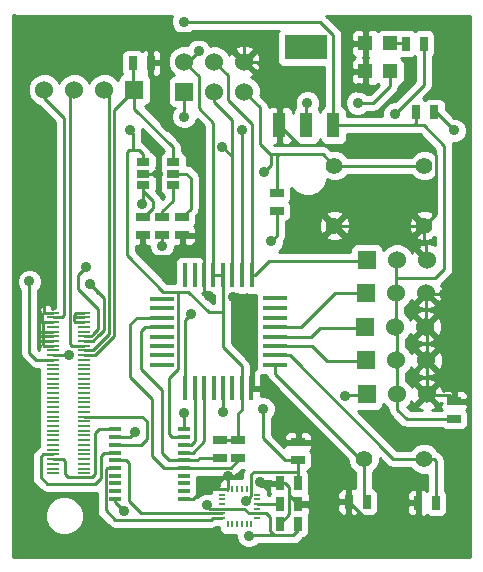
<source format=gtl>
G04 (created by PCBNEW (2013-07-07 BZR 4022)-stable) date 9/14/2015 5:12:49 PM*
%MOIN*%
G04 Gerber Fmt 3.4, Leading zero omitted, Abs format*
%FSLAX34Y34*%
G01*
G70*
G90*
G04 APERTURE LIST*
%ADD10C,0.00590551*%
%ADD11R,0.039X0.012*%
%ADD12R,0.0177X0.0787*%
%ADD13R,0.0787X0.0177*%
%ADD14C,0.055*%
%ADD15R,0.0394X0.0276*%
%ADD16R,0.144X0.08*%
%ADD17R,0.04X0.08*%
%ADD18R,0.025X0.045*%
%ADD19R,0.045X0.025*%
%ADD20R,0.00905512X0.023622*%
%ADD21R,0.023622X0.00905512*%
%ADD22R,0.06X0.06*%
%ADD23C,0.06*%
%ADD24R,0.0472X0.0472*%
%ADD25C,0.056*%
%ADD26R,0.0448X0.0078*%
%ADD27C,0.035*%
%ADD28C,0.01*%
G04 APERTURE END LIST*
G54D10*
G54D11*
X29996Y-32240D03*
X29996Y-32496D03*
X29996Y-32752D03*
X29996Y-33008D03*
X29996Y-33264D03*
X29996Y-33520D03*
X29996Y-33776D03*
X29996Y-34032D03*
X32293Y-34032D03*
X32293Y-33776D03*
X32293Y-33520D03*
X32293Y-33264D03*
X32293Y-33008D03*
X32293Y-32752D03*
X32293Y-32496D03*
X32293Y-32240D03*
X29996Y-34288D03*
X29996Y-34544D03*
X32293Y-34288D03*
X32293Y-34544D03*
G54D12*
X34533Y-30869D03*
X34218Y-30869D03*
X33903Y-30869D03*
X33588Y-30869D03*
X33273Y-30869D03*
X32958Y-30869D03*
X32643Y-30869D03*
X32328Y-30869D03*
X32330Y-27103D03*
X34540Y-27103D03*
X34220Y-27103D03*
X33900Y-27103D03*
X33590Y-27103D03*
X33270Y-27103D03*
X32960Y-27103D03*
X32640Y-27103D03*
G54D13*
X31540Y-30085D03*
X31540Y-29771D03*
X31540Y-29455D03*
X31540Y-29141D03*
X31540Y-28825D03*
X31540Y-28511D03*
X31540Y-28195D03*
X31540Y-27881D03*
X35320Y-30083D03*
X35320Y-29773D03*
X35320Y-29453D03*
X35320Y-29143D03*
X35320Y-28833D03*
X35320Y-28513D03*
X35320Y-28193D03*
X35320Y-27873D03*
G54D14*
X40305Y-23443D03*
X40305Y-25443D03*
X37305Y-23443D03*
X37305Y-25443D03*
G54D15*
X31925Y-23337D03*
X31925Y-23712D03*
X31925Y-24087D03*
X30925Y-24087D03*
X30925Y-23712D03*
X30925Y-23337D03*
G54D16*
X36367Y-19502D03*
G54D17*
X36367Y-22102D03*
X37267Y-22102D03*
X35467Y-22102D03*
G54D18*
X35493Y-34024D03*
X36093Y-34024D03*
X30575Y-20022D03*
X31175Y-20022D03*
G54D19*
X36095Y-33262D03*
X36095Y-32662D03*
X41292Y-31896D03*
X41292Y-31296D03*
G54D18*
X35491Y-35381D03*
X36091Y-35381D03*
G54D19*
X35386Y-24341D03*
X35386Y-24941D03*
G54D18*
X36103Y-34734D03*
X35503Y-34734D03*
X40694Y-34685D03*
X40094Y-34685D03*
X38380Y-34652D03*
X37780Y-34652D03*
G54D19*
X34103Y-33205D03*
X34103Y-32605D03*
G54D18*
X40635Y-21652D03*
X40035Y-21652D03*
X40290Y-19374D03*
X39690Y-19374D03*
G54D19*
X33473Y-32584D03*
X33473Y-33184D03*
X30918Y-25157D03*
X30918Y-25757D03*
X31569Y-25157D03*
X31569Y-25757D03*
X32227Y-25157D03*
X32227Y-25757D03*
G54D20*
X33746Y-35393D03*
X33903Y-35393D03*
X34061Y-35393D03*
X34218Y-35393D03*
X34376Y-35393D03*
X34533Y-35393D03*
G54D21*
X34730Y-35196D03*
X34730Y-35038D03*
X34730Y-34881D03*
X34730Y-34723D03*
X34730Y-34566D03*
X34730Y-34408D03*
G54D20*
X34533Y-34211D03*
X34376Y-34211D03*
X34218Y-34211D03*
X34061Y-34211D03*
X33903Y-34211D03*
X33746Y-34211D03*
G54D21*
X33549Y-34408D03*
X33549Y-34566D03*
X33549Y-34723D03*
X33549Y-34881D03*
X33549Y-35038D03*
X33549Y-35196D03*
G54D22*
X30630Y-20916D03*
G54D23*
X29630Y-20916D03*
X28630Y-20916D03*
X27630Y-20916D03*
G54D24*
X39157Y-20298D03*
X38331Y-20298D03*
X39157Y-19367D03*
X38331Y-19367D03*
G54D25*
X40280Y-33217D03*
X38280Y-33217D03*
G54D26*
X27924Y-33700D03*
X28963Y-33700D03*
X27924Y-33542D03*
X28963Y-33542D03*
X27924Y-33385D03*
X28963Y-33385D03*
X27924Y-33227D03*
X28963Y-33227D03*
X27924Y-33070D03*
X28963Y-33070D03*
X27924Y-32912D03*
X28963Y-32912D03*
X27924Y-32755D03*
X28963Y-32755D03*
X27924Y-32597D03*
X28963Y-32597D03*
X27924Y-32440D03*
X28963Y-32440D03*
X27924Y-32282D03*
X28963Y-32282D03*
X27924Y-32125D03*
X28963Y-32125D03*
X27924Y-31967D03*
X28963Y-31967D03*
X27924Y-31810D03*
X28963Y-31810D03*
X27924Y-31652D03*
X28963Y-31652D03*
X27924Y-31495D03*
X28963Y-31495D03*
X27924Y-31337D03*
X28963Y-31337D03*
X27924Y-31180D03*
X28963Y-31180D03*
X27924Y-31022D03*
X28963Y-31022D03*
X27924Y-30865D03*
X28963Y-30865D03*
X27924Y-30707D03*
X28963Y-30707D03*
X27924Y-30550D03*
X28963Y-30550D03*
X27924Y-30392D03*
X28963Y-30392D03*
X27924Y-30235D03*
X28963Y-30235D03*
X27924Y-30078D03*
X28963Y-30078D03*
X27924Y-29920D03*
X28963Y-29920D03*
X27924Y-29763D03*
X28963Y-29763D03*
X27924Y-29605D03*
X28963Y-29605D03*
X27924Y-29448D03*
X28963Y-29448D03*
X27924Y-29290D03*
X28963Y-29290D03*
X27924Y-29133D03*
X28963Y-29133D03*
X27924Y-28975D03*
X28963Y-28975D03*
X27924Y-28818D03*
X28963Y-28818D03*
X27924Y-28660D03*
X28963Y-28660D03*
X27924Y-28503D03*
X28963Y-28503D03*
X27924Y-28345D03*
X28963Y-28345D03*
G54D22*
X32291Y-20980D03*
G54D23*
X32291Y-19980D03*
X33291Y-20980D03*
X33291Y-19980D03*
X34291Y-20980D03*
X34291Y-19980D03*
G54D22*
X38374Y-31066D03*
G54D23*
X39374Y-31066D03*
X40374Y-31066D03*
G54D22*
X38370Y-29929D03*
G54D23*
X39370Y-29929D03*
X40370Y-29929D03*
G54D22*
X38338Y-28811D03*
G54D23*
X39338Y-28811D03*
X40338Y-28811D03*
G54D22*
X38362Y-27677D03*
G54D23*
X39362Y-27677D03*
X40362Y-27677D03*
G54D22*
X38385Y-26578D03*
G54D23*
X39385Y-26578D03*
X40385Y-26578D03*
G54D27*
X33053Y-34768D03*
X29032Y-26824D03*
X34450Y-35779D03*
X30287Y-34960D03*
X30661Y-32309D03*
X34915Y-31552D03*
X34348Y-34634D03*
X29140Y-27377D03*
X38072Y-21355D03*
X36399Y-21355D03*
X28455Y-29762D03*
X31555Y-26112D03*
X31605Y-26932D03*
X27805Y-24432D03*
X33757Y-33799D03*
X34837Y-34006D03*
X35776Y-20830D03*
X38107Y-20865D03*
X40948Y-27728D03*
X40039Y-26063D03*
X32425Y-22490D03*
X31417Y-23714D03*
X33116Y-27788D03*
X33907Y-27837D03*
X32295Y-21812D03*
X34215Y-22272D03*
X33590Y-31652D03*
X37649Y-31112D03*
X30875Y-24720D03*
X27138Y-27305D03*
X34945Y-23662D03*
X32525Y-28402D03*
X41295Y-22272D03*
X33571Y-22811D03*
X39325Y-21719D03*
X30477Y-22244D03*
X32275Y-18652D03*
X32775Y-19632D03*
X32290Y-31697D03*
X35195Y-25968D03*
G54D28*
X29248Y-29087D02*
X29248Y-29070D01*
X29266Y-28066D02*
X28766Y-27566D01*
X28766Y-27566D02*
X28766Y-27089D01*
X28766Y-27089D02*
X29032Y-26824D01*
X33165Y-34881D02*
X33549Y-34881D01*
X33053Y-34768D02*
X33165Y-34881D01*
X29413Y-28213D02*
X29266Y-28066D01*
X29413Y-28905D02*
X29413Y-28213D01*
X29248Y-29070D02*
X29413Y-28905D01*
X34472Y-35756D02*
X35273Y-35756D01*
X34450Y-35779D02*
X34472Y-35756D01*
X29202Y-29133D02*
X29248Y-29087D01*
X29248Y-29087D02*
X29266Y-29069D01*
X29202Y-29133D02*
X28963Y-29133D01*
X36091Y-35381D02*
X36091Y-35605D01*
X36091Y-35605D02*
X35928Y-35768D01*
X35928Y-35768D02*
X35286Y-35768D01*
X35286Y-35768D02*
X35273Y-35756D01*
X35036Y-35038D02*
X34730Y-35038D01*
X35273Y-35756D02*
X35139Y-35621D01*
X35139Y-35621D02*
X35139Y-35141D01*
X35139Y-35141D02*
X35036Y-35038D01*
X33549Y-34881D02*
X34291Y-34881D01*
X34291Y-34881D02*
X34449Y-35038D01*
X34449Y-35038D02*
X34730Y-35038D01*
X29996Y-32496D02*
X30473Y-32496D01*
X29996Y-34668D02*
X29996Y-34544D01*
X30287Y-34960D02*
X29996Y-34668D01*
X30473Y-32496D02*
X30661Y-32309D01*
X29437Y-29096D02*
X29454Y-29096D01*
X29243Y-29290D02*
X29437Y-29096D01*
X28963Y-29290D02*
X29243Y-29290D01*
X29618Y-27855D02*
X29140Y-27377D01*
X29618Y-28933D02*
X29618Y-27855D01*
X29454Y-29096D02*
X29618Y-28933D01*
X36095Y-33262D02*
X35645Y-33262D01*
X34915Y-32532D02*
X34915Y-31552D01*
X35645Y-33262D02*
X34915Y-32532D01*
X34533Y-34448D02*
X34533Y-34211D01*
X34348Y-34634D02*
X34533Y-34448D01*
X29437Y-27674D02*
X29140Y-27377D01*
X36095Y-33262D02*
X36095Y-34022D01*
X36095Y-34022D02*
X36093Y-34024D01*
X39157Y-20298D02*
X39157Y-20795D01*
X39157Y-20795D02*
X38597Y-21355D01*
X38597Y-21355D02*
X38072Y-21355D01*
X36367Y-21387D02*
X36367Y-22102D01*
X36399Y-21355D02*
X36367Y-21387D01*
X36093Y-34024D02*
X36093Y-33696D01*
X34533Y-33733D02*
X34533Y-34211D01*
X34626Y-33641D02*
X34533Y-33733D01*
X36039Y-33641D02*
X34626Y-33641D01*
X36093Y-33696D02*
X36039Y-33641D01*
X28963Y-29448D02*
X28565Y-29448D01*
X28492Y-21054D02*
X28630Y-20916D01*
X28492Y-29375D02*
X28492Y-21054D01*
X28565Y-29448D02*
X28492Y-29375D01*
X31569Y-25757D02*
X31569Y-26098D01*
X28454Y-29763D02*
X27924Y-29763D01*
X28455Y-29762D02*
X28454Y-29763D01*
X31569Y-26098D02*
X31555Y-26112D01*
X27607Y-28345D02*
X27607Y-24630D01*
X31389Y-26812D02*
X31018Y-26441D01*
X31485Y-26812D02*
X31389Y-26812D01*
X31605Y-26932D02*
X31485Y-26812D01*
X27607Y-24630D02*
X27805Y-24432D01*
X36095Y-32662D02*
X36095Y-31978D01*
X34986Y-30869D02*
X34533Y-30869D01*
X36095Y-31978D02*
X34986Y-30869D01*
X35493Y-34024D02*
X34855Y-34024D01*
X33746Y-33809D02*
X33746Y-34211D01*
X33757Y-33799D02*
X33746Y-33809D01*
X34855Y-34024D02*
X34837Y-34006D01*
X32293Y-34544D02*
X32584Y-34544D01*
X32584Y-34544D02*
X32916Y-34211D01*
X32916Y-34211D02*
X33746Y-34211D01*
X36095Y-32662D02*
X36565Y-32662D01*
X36755Y-32852D02*
X36755Y-34652D01*
X36565Y-32662D02*
X36755Y-32852D01*
X41292Y-31296D02*
X41292Y-31267D01*
X41122Y-31097D02*
X40404Y-31097D01*
X41292Y-31267D02*
X41122Y-31097D01*
X38331Y-20298D02*
X38331Y-20641D01*
X35762Y-20844D02*
X35467Y-20844D01*
X35776Y-20830D02*
X35762Y-20844D01*
X38331Y-20641D02*
X38107Y-20865D01*
X38331Y-19367D02*
X38331Y-20298D01*
X37780Y-34652D02*
X36755Y-34652D01*
X36755Y-34652D02*
X36185Y-34652D01*
X36185Y-34652D02*
X36103Y-34734D01*
X40094Y-34685D02*
X40094Y-35035D01*
X38254Y-35126D02*
X37780Y-34652D01*
X40003Y-35126D02*
X38254Y-35126D01*
X40094Y-35035D02*
X40003Y-35126D01*
X40404Y-31097D02*
X40404Y-29972D01*
X40404Y-29972D02*
X40374Y-29942D01*
X40374Y-29942D02*
X40374Y-28877D01*
X40374Y-28877D02*
X40344Y-28847D01*
X40344Y-27707D02*
X40344Y-28847D01*
X40359Y-26041D02*
X40061Y-26041D01*
X40927Y-27707D02*
X40344Y-27707D01*
X40948Y-27728D02*
X40927Y-27707D01*
X40061Y-26041D02*
X40039Y-26063D01*
X40305Y-25443D02*
X40305Y-25987D01*
X40359Y-26041D02*
X40359Y-26612D01*
X40305Y-25987D02*
X40359Y-26041D01*
X37305Y-25443D02*
X40305Y-25443D01*
X40305Y-25443D02*
X40690Y-25058D01*
X40690Y-25058D02*
X40690Y-23105D01*
X40690Y-23105D02*
X40340Y-22755D01*
X40340Y-22755D02*
X36120Y-22755D01*
X36120Y-22755D02*
X35467Y-22102D01*
X35467Y-22102D02*
X35467Y-20844D01*
X35467Y-20844D02*
X35467Y-20734D01*
X34717Y-19984D02*
X34295Y-19984D01*
X35467Y-20734D02*
X34717Y-19984D01*
X32227Y-25757D02*
X32860Y-25757D01*
X32860Y-25757D02*
X32960Y-25857D01*
X30918Y-25757D02*
X30918Y-26341D01*
X30918Y-26341D02*
X31018Y-26441D01*
X32227Y-26252D02*
X32227Y-25757D01*
X31018Y-26441D02*
X32038Y-26441D01*
X32038Y-26441D02*
X32227Y-26252D01*
X31175Y-20022D02*
X31445Y-20022D01*
X31445Y-20022D02*
X31525Y-20102D01*
X30925Y-23712D02*
X31415Y-23712D01*
X32402Y-22468D02*
X32402Y-22247D01*
X32425Y-22490D02*
X32402Y-22468D01*
X31415Y-23712D02*
X31417Y-23714D01*
X32960Y-27103D02*
X32960Y-25857D01*
X32960Y-25857D02*
X32960Y-22447D01*
X32960Y-22447D02*
X32760Y-22247D01*
X32760Y-22247D02*
X32402Y-22247D01*
X34295Y-19272D02*
X34295Y-19984D01*
X34060Y-19037D02*
X34295Y-19272D01*
X31900Y-19037D02*
X34060Y-19037D01*
X31525Y-19412D02*
X31900Y-19037D01*
X31525Y-22052D02*
X31525Y-20102D01*
X31525Y-20102D02*
X31525Y-19412D01*
X31720Y-22247D02*
X31525Y-22052D01*
X32402Y-22247D02*
X31720Y-22247D01*
X32960Y-27103D02*
X32960Y-27632D01*
X32960Y-27632D02*
X33116Y-27788D01*
X33907Y-27837D02*
X34533Y-28463D01*
X34533Y-28463D02*
X34533Y-30869D01*
X35802Y-34432D02*
X35802Y-35071D01*
X35802Y-35071D02*
X35491Y-35381D01*
X35493Y-34024D02*
X35668Y-34024D01*
X35802Y-34432D02*
X36103Y-34734D01*
X35802Y-34157D02*
X35802Y-34432D01*
X35668Y-34024D02*
X35802Y-34157D01*
X27585Y-29243D02*
X27585Y-29414D01*
X27619Y-29448D02*
X27924Y-29448D01*
X27585Y-29414D02*
X27619Y-29448D01*
X27585Y-29078D02*
X27585Y-29243D01*
X27632Y-29290D02*
X27924Y-29290D01*
X27585Y-29243D02*
X27632Y-29290D01*
X27585Y-28925D02*
X27585Y-29078D01*
X27640Y-29133D02*
X27924Y-29133D01*
X27585Y-29078D02*
X27640Y-29133D01*
X27585Y-28660D02*
X27585Y-28925D01*
X27635Y-28975D02*
X27924Y-28975D01*
X27585Y-28925D02*
X27635Y-28975D01*
X27924Y-28345D02*
X27607Y-28345D01*
X27620Y-28660D02*
X27585Y-28660D01*
X27585Y-28660D02*
X27924Y-28660D01*
X27570Y-28610D02*
X27620Y-28660D01*
X27570Y-28382D02*
X27570Y-28610D01*
X27607Y-28345D02*
X27570Y-28382D01*
X34220Y-27103D02*
X34220Y-22277D01*
X32295Y-21812D02*
X32295Y-20984D01*
X34220Y-22277D02*
X34215Y-22272D01*
X34540Y-27103D02*
X34641Y-27103D01*
X34641Y-27103D02*
X35132Y-26612D01*
X35132Y-26612D02*
X38359Y-26612D01*
X34540Y-27103D02*
X34540Y-22067D01*
X33745Y-20434D02*
X33295Y-19984D01*
X33745Y-21272D02*
X33745Y-20434D01*
X34540Y-22067D02*
X33745Y-21272D01*
X33588Y-30869D02*
X33588Y-31650D01*
X33588Y-31650D02*
X33590Y-31652D01*
X37649Y-31112D02*
X37664Y-31097D01*
X37664Y-31097D02*
X38404Y-31097D01*
X38280Y-33217D02*
X38150Y-33217D01*
X35320Y-30387D02*
X35320Y-30083D01*
X38150Y-33217D02*
X35320Y-30387D01*
X38280Y-33217D02*
X38280Y-34552D01*
X38280Y-34552D02*
X38380Y-34652D01*
X40280Y-33217D02*
X39250Y-33217D01*
X35806Y-29773D02*
X35320Y-29773D01*
X39250Y-33217D02*
X35806Y-29773D01*
X40280Y-33217D02*
X40614Y-33217D01*
X40694Y-33298D02*
X40694Y-34685D01*
X40614Y-33217D02*
X40694Y-33298D01*
X31925Y-23712D02*
X32369Y-23712D01*
X32506Y-24878D02*
X32227Y-25157D01*
X32506Y-23849D02*
X32506Y-24878D01*
X32369Y-23712D02*
X32506Y-23849D01*
X31925Y-24087D02*
X31925Y-24616D01*
X31569Y-24972D02*
X31569Y-25157D01*
X31925Y-24616D02*
X31569Y-24972D01*
X27924Y-33070D02*
X27604Y-33070D01*
X29633Y-33008D02*
X29996Y-33008D01*
X29517Y-33125D02*
X29633Y-33008D01*
X29517Y-33863D02*
X29517Y-33125D01*
X29331Y-34049D02*
X29517Y-33863D01*
X27720Y-34049D02*
X29331Y-34049D01*
X27507Y-33836D02*
X27720Y-34049D01*
X27507Y-33167D02*
X27507Y-33836D01*
X27604Y-33070D02*
X27507Y-33167D01*
X35503Y-34734D02*
X34740Y-34734D01*
X34740Y-34734D02*
X34730Y-34723D01*
X27924Y-33227D02*
X28263Y-33227D01*
X29453Y-32240D02*
X29996Y-32240D01*
X29337Y-32357D02*
X29453Y-32240D01*
X29337Y-33734D02*
X29337Y-32357D01*
X29232Y-33839D02*
X29337Y-33734D01*
X28434Y-33839D02*
X29232Y-33839D01*
X28323Y-33728D02*
X28434Y-33839D01*
X28323Y-33287D02*
X28323Y-33728D01*
X28263Y-33227D02*
X28323Y-33287D01*
X28963Y-31810D02*
X30881Y-31810D01*
X30861Y-32752D02*
X29996Y-32752D01*
X31044Y-32570D02*
X30861Y-32752D01*
X31044Y-31973D02*
X31044Y-32570D01*
X30881Y-31810D02*
X31044Y-31973D01*
X39157Y-19367D02*
X39683Y-19367D01*
X39683Y-19367D02*
X39690Y-19374D01*
X30918Y-25157D02*
X30952Y-25157D01*
X31254Y-24617D02*
X30925Y-24288D01*
X31254Y-24855D02*
X31254Y-24617D01*
X30952Y-25157D02*
X31254Y-24855D01*
X27924Y-29920D02*
X27366Y-29920D01*
X30925Y-24670D02*
X30925Y-24288D01*
X30925Y-24288D02*
X30925Y-24087D01*
X30875Y-24720D02*
X30925Y-24670D01*
X27138Y-29692D02*
X27138Y-27305D01*
X27366Y-29920D02*
X27138Y-29692D01*
X35386Y-24341D02*
X35386Y-23129D01*
X35386Y-23129D02*
X35453Y-23062D01*
X32328Y-30869D02*
X32328Y-28599D01*
X35185Y-23422D02*
X35185Y-23062D01*
X34945Y-23662D02*
X35185Y-23422D01*
X32328Y-28599D02*
X32525Y-28402D01*
X40635Y-21652D02*
X40675Y-21652D01*
X40675Y-21652D02*
X41295Y-22272D01*
X40305Y-23443D02*
X37305Y-23443D01*
X37305Y-23443D02*
X36924Y-23062D01*
X36924Y-23062D02*
X35453Y-23062D01*
X35453Y-23062D02*
X35185Y-23062D01*
X35185Y-23062D02*
X35165Y-23062D01*
X35165Y-23062D02*
X34815Y-22712D01*
X34815Y-22712D02*
X34815Y-21504D01*
X34815Y-21504D02*
X34295Y-20984D01*
X35320Y-29453D02*
X36566Y-29453D01*
X36566Y-29453D02*
X37055Y-29942D01*
X37055Y-29942D02*
X38374Y-29942D01*
X35320Y-29143D02*
X36521Y-29143D01*
X36521Y-29143D02*
X36817Y-28847D01*
X36817Y-28847D02*
X38344Y-28847D01*
X35320Y-28833D02*
X36182Y-28833D01*
X37338Y-27677D02*
X38362Y-27677D01*
X36182Y-28833D02*
X37338Y-27677D01*
X40290Y-19374D02*
X40290Y-20754D01*
X33571Y-22811D02*
X33900Y-23140D01*
X40290Y-20754D02*
X39325Y-21719D01*
X33900Y-27103D02*
X33900Y-23140D01*
X33900Y-23140D02*
X33900Y-21927D01*
X33295Y-21322D02*
X33295Y-20984D01*
X33900Y-21927D02*
X33295Y-21322D01*
X28963Y-29605D02*
X29248Y-29605D01*
X29803Y-21089D02*
X29630Y-20916D01*
X29803Y-29051D02*
X29803Y-21089D01*
X29248Y-29605D02*
X29803Y-29051D01*
X28963Y-29605D02*
X29152Y-29605D01*
X27924Y-28503D02*
X28236Y-28503D01*
X27630Y-21182D02*
X27630Y-20916D01*
X28300Y-21852D02*
X27630Y-21182D01*
X28300Y-28439D02*
X28300Y-21852D01*
X28236Y-28503D02*
X28300Y-28439D01*
X32293Y-32496D02*
X31886Y-32496D01*
X32095Y-30218D02*
X32095Y-27652D01*
X31792Y-30521D02*
X32095Y-30218D01*
X31792Y-32402D02*
X31792Y-30521D01*
X31886Y-32496D02*
X31792Y-32402D01*
X30603Y-22922D02*
X30603Y-22370D01*
X30603Y-22370D02*
X30477Y-22244D01*
X41292Y-31896D02*
X39716Y-31896D01*
X39404Y-31584D02*
X39404Y-31097D01*
X39716Y-31896D02*
X39404Y-31584D01*
X40035Y-21652D02*
X40035Y-22022D01*
X40035Y-22022D02*
X39955Y-22102D01*
X39359Y-27186D02*
X40669Y-27186D01*
X40282Y-22102D02*
X39955Y-22102D01*
X39955Y-22102D02*
X37267Y-22102D01*
X40970Y-22790D02*
X40282Y-22102D01*
X40970Y-26885D02*
X40970Y-22790D01*
X40669Y-27186D02*
X40970Y-26885D01*
X39404Y-31097D02*
X39404Y-29972D01*
X39404Y-29972D02*
X39374Y-29942D01*
X39374Y-29942D02*
X39374Y-28877D01*
X39374Y-28877D02*
X39344Y-28847D01*
X39344Y-28847D02*
X39344Y-27707D01*
X39359Y-26612D02*
X39359Y-27130D01*
X39359Y-27130D02*
X39359Y-27186D01*
X39359Y-27186D02*
X39359Y-27692D01*
X39359Y-27692D02*
X39344Y-27707D01*
X37267Y-22102D02*
X37267Y-19104D01*
X37267Y-19104D02*
X36815Y-18652D01*
X36815Y-18652D02*
X32275Y-18652D01*
X32423Y-19984D02*
X32295Y-19984D01*
X32775Y-19632D02*
X32423Y-19984D01*
X34103Y-32605D02*
X34103Y-31701D01*
X34218Y-31586D02*
X34218Y-30869D01*
X34103Y-31701D02*
X34218Y-31586D01*
X33473Y-32584D02*
X34082Y-32584D01*
X34082Y-32584D02*
X34103Y-32605D01*
X30925Y-23337D02*
X30925Y-23072D01*
X33115Y-28332D02*
X33515Y-28332D01*
X32435Y-27652D02*
X33115Y-28332D01*
X31605Y-27652D02*
X32095Y-27652D01*
X32095Y-27652D02*
X32435Y-27652D01*
X30375Y-26422D02*
X31605Y-27652D01*
X30375Y-23002D02*
X30375Y-26422D01*
X30455Y-22922D02*
X30375Y-23002D01*
X30775Y-22922D02*
X30603Y-22922D01*
X30603Y-22922D02*
X30455Y-22922D01*
X30925Y-23072D02*
X30775Y-22922D01*
X33270Y-27103D02*
X33590Y-27103D01*
X33270Y-27103D02*
X33270Y-22007D01*
X32775Y-20464D02*
X32295Y-19984D01*
X32775Y-21512D02*
X32775Y-20464D01*
X33270Y-22007D02*
X32775Y-21512D01*
X33590Y-27103D02*
X33590Y-29494D01*
X34218Y-30122D02*
X34218Y-30869D01*
X33590Y-29494D02*
X34218Y-30122D01*
X28626Y-28460D02*
X28626Y-28631D01*
X28655Y-28660D02*
X28963Y-28660D01*
X28626Y-28631D02*
X28655Y-28660D01*
X28963Y-28345D02*
X28693Y-28345D01*
X28669Y-28503D02*
X28963Y-28503D01*
X28626Y-28460D02*
X28669Y-28503D01*
X28626Y-28412D02*
X28626Y-28460D01*
X28693Y-28345D02*
X28626Y-28412D01*
X35386Y-24941D02*
X35386Y-25777D01*
X32293Y-31701D02*
X32293Y-32240D01*
X32290Y-31697D02*
X32293Y-31701D01*
X35386Y-25777D02*
X35195Y-25968D01*
X32293Y-32752D02*
X32520Y-32752D01*
X32643Y-32630D02*
X32643Y-30869D01*
X32520Y-32752D02*
X32643Y-32630D01*
X33473Y-33184D02*
X32809Y-33184D01*
X32728Y-33264D02*
X32293Y-33264D01*
X32809Y-33184D02*
X32728Y-33264D01*
X32293Y-33264D02*
X31787Y-33264D01*
X30995Y-28825D02*
X31540Y-28825D01*
X30855Y-28965D02*
X30995Y-28825D01*
X30855Y-30225D02*
X30855Y-28965D01*
X31555Y-30925D02*
X30855Y-30225D01*
X31555Y-33032D02*
X31555Y-30925D01*
X31787Y-33264D02*
X31555Y-33032D01*
X34103Y-33205D02*
X34103Y-33262D01*
X33845Y-33520D02*
X32293Y-33520D01*
X34103Y-33262D02*
X33845Y-33520D01*
X32293Y-33520D02*
X31629Y-33520D01*
X30707Y-28511D02*
X31540Y-28511D01*
X30498Y-28720D02*
X30707Y-28511D01*
X30498Y-30498D02*
X30498Y-28720D01*
X31233Y-31233D02*
X30498Y-30498D01*
X31233Y-33123D02*
X31233Y-31233D01*
X31629Y-33520D02*
X31233Y-33123D01*
X32293Y-33008D02*
X32584Y-33008D01*
X32958Y-32635D02*
X32958Y-30869D01*
X32584Y-33008D02*
X32958Y-32635D01*
X29996Y-33264D02*
X30362Y-33264D01*
X30865Y-35038D02*
X33549Y-35038D01*
X30460Y-34633D02*
X30865Y-35038D01*
X30460Y-33362D02*
X30460Y-34633D01*
X30362Y-33264D02*
X30460Y-33362D01*
X29996Y-33520D02*
X29715Y-33520D01*
X33260Y-35196D02*
X33549Y-35196D01*
X33204Y-35251D02*
X33260Y-35196D01*
X29984Y-35251D02*
X33204Y-35251D01*
X29673Y-34940D02*
X29984Y-35251D01*
X29673Y-33562D02*
X29673Y-34940D01*
X29715Y-33520D02*
X29673Y-33562D01*
X30575Y-20022D02*
X30575Y-20861D01*
X30575Y-20861D02*
X30630Y-20916D01*
X31925Y-23337D02*
X31925Y-22838D01*
X30630Y-21543D02*
X30630Y-20916D01*
X31925Y-22838D02*
X30630Y-21543D01*
X28963Y-29763D02*
X29337Y-29763D01*
X29968Y-21578D02*
X30630Y-20916D01*
X29968Y-29132D02*
X29968Y-21578D01*
X29337Y-29763D02*
X29968Y-29132D01*
G54D10*
G36*
X31625Y-24492D02*
X31544Y-24572D01*
X31531Y-24502D01*
X31466Y-24405D01*
X31466Y-24405D01*
X31361Y-24300D01*
X31371Y-24275D01*
X31372Y-24175D01*
X31372Y-23900D01*
X31372Y-23899D01*
X31372Y-23899D01*
X31372Y-23825D01*
X31309Y-23762D01*
X31288Y-23762D01*
X31263Y-23737D01*
X31203Y-23712D01*
X31263Y-23687D01*
X31288Y-23662D01*
X31309Y-23662D01*
X31372Y-23600D01*
X31372Y-23524D01*
X31371Y-23524D01*
X31372Y-23425D01*
X31372Y-23149D01*
X31334Y-23058D01*
X31263Y-22987D01*
X31203Y-22962D01*
X31202Y-22957D01*
X31137Y-22860D01*
X31137Y-22860D01*
X30987Y-22710D01*
X30903Y-22654D01*
X30903Y-22370D01*
X30902Y-22370D01*
X30897Y-22340D01*
X30901Y-22329D01*
X30902Y-22239D01*
X31625Y-22962D01*
X31625Y-22971D01*
X31586Y-22987D01*
X31516Y-23057D01*
X31478Y-23149D01*
X31477Y-23249D01*
X31477Y-23525D01*
X31478Y-23525D01*
X31477Y-23624D01*
X31477Y-23900D01*
X31478Y-23900D01*
X31477Y-23999D01*
X31477Y-24275D01*
X31515Y-24366D01*
X31586Y-24437D01*
X31625Y-24453D01*
X31625Y-24492D01*
X31625Y-24492D01*
G37*
G54D28*
X31625Y-24492D02*
X31544Y-24572D01*
X31531Y-24502D01*
X31466Y-24405D01*
X31466Y-24405D01*
X31361Y-24300D01*
X31371Y-24275D01*
X31372Y-24175D01*
X31372Y-23900D01*
X31372Y-23899D01*
X31372Y-23899D01*
X31372Y-23825D01*
X31309Y-23762D01*
X31288Y-23762D01*
X31263Y-23737D01*
X31203Y-23712D01*
X31263Y-23687D01*
X31288Y-23662D01*
X31309Y-23662D01*
X31372Y-23600D01*
X31372Y-23524D01*
X31371Y-23524D01*
X31372Y-23425D01*
X31372Y-23149D01*
X31334Y-23058D01*
X31263Y-22987D01*
X31203Y-22962D01*
X31202Y-22957D01*
X31137Y-22860D01*
X31137Y-22860D01*
X30987Y-22710D01*
X30903Y-22654D01*
X30903Y-22370D01*
X30902Y-22370D01*
X30897Y-22340D01*
X30901Y-22329D01*
X30902Y-22239D01*
X31625Y-22962D01*
X31625Y-22971D01*
X31586Y-22987D01*
X31516Y-23057D01*
X31478Y-23149D01*
X31477Y-23249D01*
X31477Y-23525D01*
X31478Y-23525D01*
X31477Y-23624D01*
X31477Y-23900D01*
X31478Y-23900D01*
X31477Y-23999D01*
X31477Y-24275D01*
X31515Y-24366D01*
X31586Y-24437D01*
X31625Y-24453D01*
X31625Y-24492D01*
G54D10*
G36*
X33290Y-28032D02*
X33239Y-28032D01*
X32903Y-27696D01*
X32915Y-27684D01*
X32915Y-27663D01*
X32940Y-27638D01*
X32954Y-27603D01*
X32969Y-27638D01*
X33004Y-27673D01*
X33004Y-27684D01*
X33066Y-27746D01*
X33098Y-27746D01*
X33115Y-27740D01*
X33131Y-27746D01*
X33231Y-27747D01*
X33290Y-27747D01*
X33290Y-28032D01*
X33290Y-28032D01*
G37*
G54D28*
X33290Y-28032D02*
X33239Y-28032D01*
X32903Y-27696D01*
X32915Y-27684D01*
X32915Y-27663D01*
X32940Y-27638D01*
X32954Y-27603D01*
X32969Y-27638D01*
X33004Y-27673D01*
X33004Y-27684D01*
X33066Y-27746D01*
X33098Y-27746D01*
X33115Y-27740D01*
X33131Y-27746D01*
X33231Y-27747D01*
X33290Y-27747D01*
X33290Y-28032D01*
G54D10*
G36*
X34282Y-33580D02*
X34256Y-33618D01*
X34233Y-33733D01*
X34233Y-33843D01*
X34214Y-33843D01*
X34123Y-33843D01*
X34123Y-33843D01*
X34057Y-33843D01*
X33966Y-33843D01*
X33966Y-33843D01*
X33899Y-33843D01*
X33808Y-33843D01*
X33808Y-33843D01*
X33831Y-33843D01*
X33831Y-33843D01*
X33808Y-33843D01*
X33717Y-33881D01*
X33708Y-33890D01*
X33661Y-33843D01*
X33651Y-33843D01*
X33559Y-33882D01*
X33488Y-33952D01*
X33450Y-34044D01*
X33451Y-34099D01*
X33465Y-34113D01*
X33381Y-34113D01*
X33289Y-34151D01*
X33219Y-34221D01*
X33181Y-34313D01*
X33181Y-34361D01*
X33137Y-34343D01*
X32968Y-34343D01*
X32812Y-34407D01*
X32726Y-34494D01*
X32696Y-34494D01*
X32700Y-34489D01*
X32700Y-34489D01*
X32738Y-34451D01*
X32738Y-34434D01*
X32731Y-34416D01*
X32738Y-34398D01*
X32738Y-34298D01*
X32738Y-34178D01*
X32731Y-34160D01*
X32738Y-34142D01*
X32738Y-34042D01*
X32738Y-33922D01*
X32731Y-33904D01*
X32738Y-33886D01*
X32738Y-33820D01*
X33845Y-33820D01*
X33845Y-33820D01*
X33959Y-33797D01*
X33959Y-33797D01*
X34057Y-33732D01*
X34209Y-33580D01*
X34282Y-33580D01*
X34282Y-33580D01*
G37*
G54D28*
X34282Y-33580D02*
X34256Y-33618D01*
X34233Y-33733D01*
X34233Y-33843D01*
X34214Y-33843D01*
X34123Y-33843D01*
X34123Y-33843D01*
X34057Y-33843D01*
X33966Y-33843D01*
X33966Y-33843D01*
X33899Y-33843D01*
X33808Y-33843D01*
X33808Y-33843D01*
X33831Y-33843D01*
X33831Y-33843D01*
X33808Y-33843D01*
X33717Y-33881D01*
X33708Y-33890D01*
X33661Y-33843D01*
X33651Y-33843D01*
X33559Y-33882D01*
X33488Y-33952D01*
X33450Y-34044D01*
X33451Y-34099D01*
X33465Y-34113D01*
X33381Y-34113D01*
X33289Y-34151D01*
X33219Y-34221D01*
X33181Y-34313D01*
X33181Y-34361D01*
X33137Y-34343D01*
X32968Y-34343D01*
X32812Y-34407D01*
X32726Y-34494D01*
X32696Y-34494D01*
X32700Y-34489D01*
X32700Y-34489D01*
X32738Y-34451D01*
X32738Y-34434D01*
X32731Y-34416D01*
X32738Y-34398D01*
X32738Y-34298D01*
X32738Y-34178D01*
X32731Y-34160D01*
X32738Y-34142D01*
X32738Y-34042D01*
X32738Y-33922D01*
X32731Y-33904D01*
X32738Y-33886D01*
X32738Y-33820D01*
X33845Y-33820D01*
X33845Y-33820D01*
X33959Y-33797D01*
X33959Y-33797D01*
X34057Y-33732D01*
X34209Y-33580D01*
X34282Y-33580D01*
G54D10*
G36*
X35549Y-35431D02*
X35541Y-35431D01*
X35541Y-35439D01*
X35441Y-35439D01*
X35441Y-35431D01*
X35439Y-35431D01*
X35439Y-35331D01*
X35441Y-35331D01*
X35441Y-35323D01*
X35541Y-35323D01*
X35541Y-35331D01*
X35549Y-35331D01*
X35549Y-35431D01*
X35549Y-35431D01*
G37*
G54D28*
X35549Y-35431D02*
X35541Y-35431D01*
X35541Y-35439D01*
X35441Y-35439D01*
X35441Y-35431D01*
X35439Y-35431D01*
X35439Y-35331D01*
X35441Y-35331D01*
X35441Y-35323D01*
X35541Y-35323D01*
X35541Y-35331D01*
X35549Y-35331D01*
X35549Y-35431D01*
G54D10*
G36*
X35551Y-34074D02*
X35543Y-34074D01*
X35543Y-34081D01*
X35443Y-34081D01*
X35443Y-34074D01*
X35181Y-34074D01*
X35118Y-34136D01*
X35118Y-34199D01*
X35118Y-34298D01*
X35156Y-34390D01*
X35156Y-34390D01*
X35138Y-34434D01*
X35098Y-34434D01*
X35098Y-34404D01*
X35098Y-34314D01*
X35060Y-34222D01*
X34990Y-34151D01*
X34898Y-34113D01*
X34833Y-34113D01*
X34833Y-33941D01*
X35148Y-33941D01*
X35181Y-33974D01*
X35443Y-33974D01*
X35443Y-33966D01*
X35543Y-33966D01*
X35543Y-33974D01*
X35551Y-33974D01*
X35551Y-34074D01*
X35551Y-34074D01*
G37*
G54D28*
X35551Y-34074D02*
X35543Y-34074D01*
X35543Y-34081D01*
X35443Y-34081D01*
X35443Y-34074D01*
X35181Y-34074D01*
X35118Y-34136D01*
X35118Y-34199D01*
X35118Y-34298D01*
X35156Y-34390D01*
X35156Y-34390D01*
X35138Y-34434D01*
X35098Y-34434D01*
X35098Y-34404D01*
X35098Y-34314D01*
X35060Y-34222D01*
X34990Y-34151D01*
X34898Y-34113D01*
X34833Y-34113D01*
X34833Y-33941D01*
X35148Y-33941D01*
X35181Y-33974D01*
X35443Y-33974D01*
X35443Y-33966D01*
X35543Y-33966D01*
X35543Y-33974D01*
X35551Y-33974D01*
X35551Y-34074D01*
G54D10*
G36*
X40670Y-26096D02*
X40602Y-26071D01*
X40467Y-26023D01*
X40249Y-26034D01*
X40097Y-26097D01*
X40070Y-26192D01*
X40385Y-26508D01*
X40391Y-26502D01*
X40462Y-26573D01*
X40456Y-26578D01*
X40462Y-26584D01*
X40391Y-26655D01*
X40385Y-26649D01*
X40380Y-26655D01*
X40309Y-26584D01*
X40315Y-26578D01*
X39999Y-26263D01*
X39904Y-26290D01*
X39884Y-26346D01*
X39852Y-26267D01*
X39697Y-26112D01*
X39495Y-26028D01*
X39276Y-26028D01*
X39074Y-26112D01*
X38935Y-26250D01*
X38935Y-26229D01*
X38897Y-26137D01*
X38827Y-26066D01*
X38735Y-26028D01*
X38636Y-26028D01*
X38036Y-26028D01*
X37944Y-26066D01*
X37874Y-26136D01*
X37835Y-26228D01*
X37835Y-26312D01*
X37834Y-26312D01*
X37834Y-25518D01*
X37823Y-25310D01*
X37765Y-25170D01*
X37672Y-25145D01*
X37602Y-25216D01*
X37602Y-25075D01*
X37577Y-24982D01*
X37380Y-24913D01*
X37172Y-24924D01*
X37032Y-24982D01*
X37007Y-25075D01*
X37305Y-25372D01*
X37602Y-25075D01*
X37602Y-25216D01*
X37375Y-25443D01*
X37672Y-25740D01*
X37765Y-25715D01*
X37834Y-25518D01*
X37834Y-26312D01*
X37602Y-26312D01*
X37602Y-25810D01*
X37305Y-25513D01*
X37234Y-25584D01*
X37234Y-25443D01*
X36937Y-25145D01*
X36844Y-25170D01*
X36775Y-25367D01*
X36786Y-25575D01*
X36844Y-25715D01*
X36937Y-25740D01*
X37234Y-25443D01*
X37234Y-25584D01*
X37007Y-25810D01*
X37032Y-25903D01*
X37229Y-25972D01*
X37437Y-25961D01*
X37577Y-25903D01*
X37602Y-25810D01*
X37602Y-26312D01*
X35451Y-26312D01*
X35555Y-26209D01*
X35619Y-26053D01*
X35620Y-25956D01*
X35620Y-25956D01*
X35663Y-25892D01*
X35685Y-25777D01*
X35686Y-25777D01*
X35686Y-25306D01*
X35752Y-25278D01*
X35822Y-25208D01*
X35860Y-25116D01*
X35861Y-25016D01*
X35861Y-24766D01*
X35823Y-24675D01*
X35789Y-24641D01*
X35822Y-24608D01*
X35860Y-24516D01*
X35861Y-24416D01*
X35861Y-24179D01*
X35862Y-24182D01*
X36043Y-24363D01*
X36279Y-24461D01*
X36535Y-24462D01*
X36772Y-24364D01*
X36953Y-24183D01*
X37051Y-23947D01*
X37051Y-23906D01*
X37200Y-23967D01*
X37408Y-23968D01*
X37602Y-23888D01*
X37747Y-23743D01*
X39862Y-23743D01*
X40007Y-23887D01*
X40200Y-23967D01*
X40408Y-23968D01*
X40602Y-23888D01*
X40670Y-23820D01*
X40670Y-25052D01*
X40647Y-25029D01*
X40602Y-25075D01*
X40577Y-24982D01*
X40380Y-24913D01*
X40172Y-24924D01*
X40032Y-24982D01*
X40007Y-25075D01*
X40305Y-25372D01*
X40310Y-25366D01*
X40381Y-25437D01*
X40375Y-25443D01*
X40381Y-25448D01*
X40310Y-25519D01*
X40305Y-25513D01*
X40234Y-25584D01*
X40234Y-25443D01*
X39937Y-25145D01*
X39844Y-25170D01*
X39775Y-25367D01*
X39786Y-25575D01*
X39844Y-25715D01*
X39937Y-25740D01*
X40234Y-25443D01*
X40234Y-25584D01*
X40007Y-25810D01*
X40032Y-25903D01*
X40229Y-25972D01*
X40437Y-25961D01*
X40577Y-25903D01*
X40602Y-25810D01*
X40602Y-25810D01*
X40647Y-25856D01*
X40670Y-25833D01*
X40670Y-26096D01*
X40670Y-26096D01*
G37*
G54D28*
X40670Y-26096D02*
X40602Y-26071D01*
X40467Y-26023D01*
X40249Y-26034D01*
X40097Y-26097D01*
X40070Y-26192D01*
X40385Y-26508D01*
X40391Y-26502D01*
X40462Y-26573D01*
X40456Y-26578D01*
X40462Y-26584D01*
X40391Y-26655D01*
X40385Y-26649D01*
X40380Y-26655D01*
X40309Y-26584D01*
X40315Y-26578D01*
X39999Y-26263D01*
X39904Y-26290D01*
X39884Y-26346D01*
X39852Y-26267D01*
X39697Y-26112D01*
X39495Y-26028D01*
X39276Y-26028D01*
X39074Y-26112D01*
X38935Y-26250D01*
X38935Y-26229D01*
X38897Y-26137D01*
X38827Y-26066D01*
X38735Y-26028D01*
X38636Y-26028D01*
X38036Y-26028D01*
X37944Y-26066D01*
X37874Y-26136D01*
X37835Y-26228D01*
X37835Y-26312D01*
X37834Y-26312D01*
X37834Y-25518D01*
X37823Y-25310D01*
X37765Y-25170D01*
X37672Y-25145D01*
X37602Y-25216D01*
X37602Y-25075D01*
X37577Y-24982D01*
X37380Y-24913D01*
X37172Y-24924D01*
X37032Y-24982D01*
X37007Y-25075D01*
X37305Y-25372D01*
X37602Y-25075D01*
X37602Y-25216D01*
X37375Y-25443D01*
X37672Y-25740D01*
X37765Y-25715D01*
X37834Y-25518D01*
X37834Y-26312D01*
X37602Y-26312D01*
X37602Y-25810D01*
X37305Y-25513D01*
X37234Y-25584D01*
X37234Y-25443D01*
X36937Y-25145D01*
X36844Y-25170D01*
X36775Y-25367D01*
X36786Y-25575D01*
X36844Y-25715D01*
X36937Y-25740D01*
X37234Y-25443D01*
X37234Y-25584D01*
X37007Y-25810D01*
X37032Y-25903D01*
X37229Y-25972D01*
X37437Y-25961D01*
X37577Y-25903D01*
X37602Y-25810D01*
X37602Y-26312D01*
X35451Y-26312D01*
X35555Y-26209D01*
X35619Y-26053D01*
X35620Y-25956D01*
X35620Y-25956D01*
X35663Y-25892D01*
X35685Y-25777D01*
X35686Y-25777D01*
X35686Y-25306D01*
X35752Y-25278D01*
X35822Y-25208D01*
X35860Y-25116D01*
X35861Y-25016D01*
X35861Y-24766D01*
X35823Y-24675D01*
X35789Y-24641D01*
X35822Y-24608D01*
X35860Y-24516D01*
X35861Y-24416D01*
X35861Y-24179D01*
X35862Y-24182D01*
X36043Y-24363D01*
X36279Y-24461D01*
X36535Y-24462D01*
X36772Y-24364D01*
X36953Y-24183D01*
X37051Y-23947D01*
X37051Y-23906D01*
X37200Y-23967D01*
X37408Y-23968D01*
X37602Y-23888D01*
X37747Y-23743D01*
X39862Y-23743D01*
X40007Y-23887D01*
X40200Y-23967D01*
X40408Y-23968D01*
X40602Y-23888D01*
X40670Y-23820D01*
X40670Y-25052D01*
X40647Y-25029D01*
X40602Y-25075D01*
X40577Y-24982D01*
X40380Y-24913D01*
X40172Y-24924D01*
X40032Y-24982D01*
X40007Y-25075D01*
X40305Y-25372D01*
X40310Y-25366D01*
X40381Y-25437D01*
X40375Y-25443D01*
X40381Y-25448D01*
X40310Y-25519D01*
X40305Y-25513D01*
X40234Y-25584D01*
X40234Y-25443D01*
X39937Y-25145D01*
X39844Y-25170D01*
X39775Y-25367D01*
X39786Y-25575D01*
X39844Y-25715D01*
X39937Y-25740D01*
X40234Y-25443D01*
X40234Y-25584D01*
X40007Y-25810D01*
X40032Y-25903D01*
X40229Y-25972D01*
X40437Y-25961D01*
X40577Y-25903D01*
X40602Y-25810D01*
X40602Y-25810D01*
X40647Y-25856D01*
X40670Y-25833D01*
X40670Y-26096D01*
G54D10*
G36*
X41835Y-36486D02*
X40044Y-36486D01*
X40044Y-35098D01*
X40044Y-34735D01*
X40044Y-34635D01*
X40044Y-34273D01*
X39982Y-34210D01*
X39919Y-34210D01*
X39828Y-34248D01*
X39757Y-34318D01*
X39719Y-34410D01*
X39719Y-34510D01*
X39719Y-34573D01*
X39782Y-34635D01*
X40044Y-34635D01*
X40044Y-34735D01*
X39782Y-34735D01*
X39719Y-34798D01*
X39719Y-34860D01*
X39719Y-34960D01*
X39757Y-35052D01*
X39828Y-35122D01*
X39919Y-35160D01*
X39982Y-35160D01*
X40044Y-35098D01*
X40044Y-36486D01*
X37730Y-36486D01*
X37730Y-35065D01*
X37730Y-34702D01*
X37730Y-34602D01*
X37730Y-34240D01*
X37667Y-34177D01*
X37605Y-34177D01*
X37513Y-34215D01*
X37443Y-34285D01*
X37405Y-34377D01*
X37404Y-34477D01*
X37405Y-34540D01*
X37467Y-34602D01*
X37730Y-34602D01*
X37730Y-34702D01*
X37467Y-34702D01*
X37405Y-34765D01*
X37404Y-34827D01*
X37405Y-34927D01*
X37443Y-35019D01*
X37513Y-35089D01*
X37605Y-35127D01*
X37667Y-35127D01*
X37730Y-35065D01*
X37730Y-36486D01*
X28941Y-36486D01*
X28941Y-34986D01*
X28843Y-34749D01*
X28662Y-34568D01*
X28426Y-34470D01*
X28170Y-34469D01*
X27933Y-34567D01*
X27752Y-34748D01*
X27654Y-34984D01*
X27654Y-35240D01*
X27752Y-35477D01*
X27933Y-35658D01*
X28169Y-35756D01*
X28425Y-35757D01*
X28662Y-35659D01*
X28843Y-35478D01*
X28941Y-35242D01*
X28941Y-34986D01*
X28941Y-36486D01*
X26589Y-36486D01*
X26589Y-18432D01*
X26624Y-18432D01*
X26670Y-18441D01*
X26740Y-18441D01*
X31902Y-18441D01*
X31850Y-18567D01*
X31849Y-18736D01*
X31914Y-18892D01*
X32033Y-19012D01*
X32190Y-19077D01*
X32359Y-19077D01*
X32515Y-19013D01*
X32576Y-18952D01*
X35443Y-18952D01*
X35435Y-18960D01*
X35397Y-19052D01*
X35396Y-19152D01*
X35396Y-19952D01*
X35434Y-20043D01*
X35505Y-20114D01*
X35597Y-20152D01*
X35696Y-20152D01*
X36967Y-20152D01*
X36967Y-21473D01*
X36925Y-21490D01*
X36855Y-21560D01*
X36817Y-21652D01*
X36817Y-21652D01*
X36779Y-21561D01*
X36775Y-21557D01*
X36823Y-21440D01*
X36824Y-21271D01*
X36759Y-21115D01*
X36640Y-20995D01*
X36483Y-20930D01*
X36314Y-20930D01*
X36158Y-20994D01*
X36038Y-21114D01*
X35974Y-21270D01*
X35973Y-21439D01*
X36003Y-21512D01*
X35955Y-21560D01*
X35917Y-21652D01*
X35917Y-21702D01*
X35916Y-21652D01*
X35878Y-21560D01*
X35808Y-21490D01*
X35716Y-21452D01*
X35579Y-21452D01*
X35517Y-21515D01*
X35517Y-22052D01*
X35524Y-22052D01*
X35524Y-22152D01*
X35517Y-22152D01*
X35517Y-22690D01*
X35579Y-22752D01*
X35716Y-22752D01*
X35808Y-22714D01*
X35878Y-22644D01*
X35916Y-22552D01*
X35916Y-22551D01*
X35916Y-22552D01*
X35954Y-22643D01*
X36025Y-22714D01*
X36117Y-22752D01*
X36216Y-22752D01*
X36616Y-22752D01*
X36708Y-22714D01*
X36778Y-22644D01*
X36816Y-22552D01*
X36816Y-22551D01*
X36816Y-22552D01*
X36854Y-22643D01*
X36925Y-22714D01*
X37017Y-22752D01*
X37116Y-22752D01*
X37516Y-22752D01*
X37608Y-22714D01*
X37678Y-22644D01*
X37716Y-22552D01*
X37717Y-22452D01*
X37717Y-22402D01*
X39955Y-22402D01*
X40157Y-22402D01*
X40670Y-22914D01*
X40670Y-23065D01*
X40602Y-22998D01*
X40409Y-22918D01*
X40201Y-22917D01*
X40008Y-22997D01*
X39862Y-23143D01*
X37747Y-23143D01*
X37602Y-22998D01*
X37409Y-22918D01*
X37204Y-22917D01*
X37136Y-22850D01*
X37039Y-22785D01*
X36924Y-22762D01*
X35453Y-22762D01*
X35289Y-22762D01*
X35279Y-22752D01*
X35354Y-22752D01*
X35417Y-22690D01*
X35417Y-22152D01*
X35409Y-22152D01*
X35409Y-22052D01*
X35417Y-22052D01*
X35417Y-21515D01*
X35354Y-21452D01*
X35217Y-21452D01*
X35125Y-21490D01*
X35114Y-21501D01*
X35092Y-21389D01*
X35027Y-21292D01*
X35027Y-21292D01*
X34846Y-21111D01*
X34846Y-20062D01*
X34835Y-19843D01*
X34772Y-19692D01*
X34677Y-19665D01*
X34606Y-19735D01*
X34606Y-19594D01*
X34579Y-19499D01*
X34373Y-19425D01*
X34154Y-19436D01*
X34003Y-19499D01*
X33976Y-19594D01*
X34291Y-19909D01*
X34606Y-19594D01*
X34606Y-19735D01*
X34362Y-19980D01*
X34677Y-20295D01*
X34772Y-20268D01*
X34846Y-20062D01*
X34846Y-21111D01*
X34836Y-21101D01*
X34841Y-21090D01*
X34841Y-20871D01*
X34757Y-20669D01*
X34603Y-20514D01*
X34527Y-20482D01*
X34579Y-20461D01*
X34606Y-20366D01*
X34291Y-20051D01*
X34285Y-20056D01*
X34215Y-19985D01*
X34220Y-19980D01*
X33905Y-19665D01*
X33810Y-19692D01*
X33790Y-19747D01*
X33757Y-19669D01*
X33603Y-19514D01*
X33401Y-19430D01*
X33182Y-19430D01*
X33155Y-19441D01*
X33135Y-19392D01*
X33016Y-19272D01*
X32859Y-19207D01*
X32690Y-19207D01*
X32534Y-19271D01*
X32414Y-19391D01*
X32398Y-19430D01*
X32182Y-19430D01*
X31980Y-19513D01*
X31825Y-19668D01*
X31741Y-19870D01*
X31741Y-20089D01*
X31824Y-20291D01*
X31963Y-20430D01*
X31941Y-20430D01*
X31849Y-20468D01*
X31779Y-20538D01*
X31741Y-20630D01*
X31741Y-20729D01*
X31741Y-21329D01*
X31779Y-21421D01*
X31849Y-21492D01*
X31941Y-21530D01*
X31976Y-21530D01*
X31934Y-21571D01*
X31870Y-21727D01*
X31869Y-21896D01*
X31934Y-22052D01*
X32053Y-22172D01*
X32210Y-22237D01*
X32379Y-22237D01*
X32535Y-22173D01*
X32655Y-22053D01*
X32719Y-21897D01*
X32719Y-21881D01*
X32970Y-22131D01*
X32970Y-26567D01*
X32969Y-26568D01*
X32955Y-26603D01*
X32940Y-26568D01*
X32915Y-26543D01*
X32915Y-26522D01*
X32853Y-26460D01*
X32821Y-26460D01*
X32800Y-26468D01*
X32778Y-26460D01*
X32702Y-26459D01*
X32702Y-25932D01*
X32702Y-25870D01*
X32639Y-25807D01*
X32277Y-25807D01*
X32277Y-26070D01*
X32339Y-26132D01*
X32402Y-26132D01*
X32501Y-26132D01*
X32593Y-26094D01*
X32664Y-26023D01*
X32702Y-25932D01*
X32702Y-26459D01*
X32678Y-26459D01*
X32501Y-26459D01*
X32485Y-26466D01*
X32468Y-26460D01*
X32368Y-26459D01*
X32191Y-26459D01*
X32100Y-26497D01*
X32029Y-26568D01*
X31991Y-26660D01*
X31991Y-26759D01*
X31991Y-27352D01*
X31729Y-27352D01*
X30675Y-26298D01*
X30675Y-26132D01*
X30742Y-26132D01*
X30805Y-26132D01*
X30868Y-26070D01*
X30868Y-25807D01*
X30860Y-25807D01*
X30860Y-25707D01*
X30868Y-25707D01*
X30868Y-25699D01*
X30968Y-25699D01*
X30968Y-25707D01*
X30975Y-25707D01*
X30975Y-25807D01*
X30968Y-25807D01*
X30968Y-26070D01*
X31030Y-26132D01*
X31093Y-26132D01*
X31129Y-26132D01*
X31129Y-26196D01*
X31194Y-26352D01*
X31313Y-26472D01*
X31470Y-26537D01*
X31639Y-26537D01*
X31795Y-26473D01*
X31915Y-26353D01*
X31979Y-26197D01*
X31979Y-26132D01*
X32051Y-26132D01*
X32114Y-26132D01*
X32177Y-26070D01*
X32177Y-25807D01*
X32169Y-25807D01*
X32169Y-25707D01*
X32177Y-25707D01*
X32177Y-25699D01*
X32277Y-25699D01*
X32277Y-25707D01*
X32639Y-25707D01*
X32702Y-25645D01*
X32702Y-25582D01*
X32664Y-25491D01*
X32630Y-25457D01*
X32663Y-25424D01*
X32701Y-25332D01*
X32702Y-25232D01*
X32702Y-25106D01*
X32718Y-25090D01*
X32718Y-25090D01*
X32783Y-24993D01*
X32805Y-24878D01*
X32806Y-24878D01*
X32806Y-23849D01*
X32783Y-23734D01*
X32783Y-23734D01*
X32718Y-23637D01*
X32581Y-23500D01*
X32483Y-23435D01*
X32372Y-23413D01*
X32372Y-23149D01*
X32334Y-23058D01*
X32263Y-22987D01*
X32225Y-22971D01*
X32225Y-22838D01*
X32202Y-22723D01*
X32137Y-22626D01*
X32137Y-22626D01*
X31550Y-22039D01*
X31550Y-20197D01*
X31550Y-19847D01*
X31549Y-19747D01*
X31511Y-19655D01*
X31441Y-19585D01*
X31349Y-19547D01*
X31287Y-19547D01*
X31225Y-19610D01*
X31225Y-19972D01*
X31487Y-19972D01*
X31550Y-19910D01*
X31550Y-19847D01*
X31550Y-20197D01*
X31550Y-20135D01*
X31487Y-20072D01*
X31225Y-20072D01*
X31225Y-20435D01*
X31287Y-20497D01*
X31349Y-20497D01*
X31441Y-20459D01*
X31511Y-20389D01*
X31549Y-20297D01*
X31550Y-20197D01*
X31550Y-22039D01*
X30977Y-21466D01*
X30979Y-21466D01*
X31071Y-21428D01*
X31141Y-21358D01*
X31179Y-21266D01*
X31180Y-21166D01*
X31180Y-20566D01*
X31142Y-20475D01*
X31113Y-20446D01*
X31125Y-20435D01*
X31125Y-20072D01*
X31117Y-20072D01*
X31117Y-19972D01*
X31125Y-19972D01*
X31125Y-19610D01*
X31062Y-19547D01*
X31000Y-19547D01*
X30908Y-19585D01*
X30875Y-19618D01*
X30841Y-19585D01*
X30749Y-19547D01*
X30650Y-19547D01*
X30400Y-19547D01*
X30308Y-19585D01*
X30238Y-19655D01*
X30200Y-19747D01*
X30199Y-19847D01*
X30199Y-20297D01*
X30236Y-20384D01*
X30188Y-20404D01*
X30118Y-20474D01*
X30080Y-20566D01*
X30080Y-20588D01*
X29941Y-20450D01*
X29739Y-20366D01*
X29521Y-20366D01*
X29318Y-20449D01*
X29164Y-20604D01*
X29130Y-20686D01*
X29096Y-20605D01*
X28941Y-20450D01*
X28739Y-20366D01*
X28521Y-20366D01*
X28318Y-20449D01*
X28164Y-20604D01*
X28130Y-20686D01*
X28096Y-20605D01*
X27941Y-20450D01*
X27739Y-20366D01*
X27521Y-20366D01*
X27318Y-20449D01*
X27164Y-20604D01*
X27080Y-20806D01*
X27079Y-21025D01*
X27163Y-21227D01*
X27318Y-21382D01*
X27467Y-21444D01*
X28000Y-21976D01*
X28000Y-28093D01*
X27974Y-28119D01*
X27974Y-28203D01*
X27924Y-28203D01*
X27874Y-28213D01*
X27874Y-28119D01*
X27811Y-28056D01*
X27749Y-28056D01*
X27650Y-28056D01*
X27558Y-28094D01*
X27487Y-28165D01*
X27449Y-28256D01*
X27450Y-28263D01*
X27498Y-28312D01*
X27488Y-28322D01*
X27450Y-28414D01*
X27450Y-28427D01*
X27450Y-28427D01*
X27449Y-28434D01*
X27450Y-28434D01*
X27449Y-28514D01*
X27449Y-28571D01*
X27449Y-28592D01*
X27478Y-28661D01*
X27450Y-28729D01*
X27450Y-28742D01*
X27450Y-28742D01*
X27449Y-28749D01*
X27450Y-28749D01*
X27449Y-28829D01*
X27449Y-28886D01*
X27449Y-28907D01*
X27478Y-28976D01*
X27449Y-29044D01*
X27450Y-29051D01*
X27453Y-29054D01*
X27450Y-29057D01*
X27449Y-29064D01*
X27478Y-29133D01*
X27449Y-29201D01*
X27450Y-29208D01*
X27453Y-29212D01*
X27450Y-29215D01*
X27449Y-29222D01*
X27478Y-29291D01*
X27449Y-29359D01*
X27450Y-29366D01*
X27453Y-29369D01*
X27450Y-29372D01*
X27449Y-29379D01*
X27478Y-29448D01*
X27450Y-29516D01*
X27450Y-29530D01*
X27450Y-29530D01*
X27449Y-29537D01*
X27450Y-29537D01*
X27449Y-29580D01*
X27438Y-29568D01*
X27438Y-27606D01*
X27498Y-27546D01*
X27562Y-27390D01*
X27563Y-27221D01*
X27498Y-27065D01*
X27379Y-26945D01*
X27222Y-26880D01*
X27053Y-26880D01*
X26897Y-26944D01*
X26777Y-27064D01*
X26713Y-27220D01*
X26712Y-27389D01*
X26777Y-27545D01*
X26838Y-27606D01*
X26838Y-29692D01*
X26860Y-29807D01*
X26925Y-29904D01*
X27153Y-30132D01*
X27153Y-30132D01*
X27251Y-30197D01*
X27366Y-30220D01*
X27449Y-30220D01*
X27449Y-30246D01*
X27449Y-30324D01*
X27450Y-30324D01*
X27449Y-30403D01*
X27449Y-30481D01*
X27450Y-30481D01*
X27449Y-30561D01*
X27449Y-30639D01*
X27450Y-30639D01*
X27449Y-30718D01*
X27449Y-30796D01*
X27450Y-30796D01*
X27449Y-30876D01*
X27449Y-30954D01*
X27450Y-30954D01*
X27449Y-31033D01*
X27449Y-31111D01*
X27450Y-31111D01*
X27449Y-31191D01*
X27449Y-31269D01*
X27450Y-31269D01*
X27449Y-31348D01*
X27449Y-31426D01*
X27450Y-31426D01*
X27449Y-31506D01*
X27449Y-31584D01*
X27450Y-31584D01*
X27449Y-31663D01*
X27449Y-31741D01*
X27450Y-31741D01*
X27449Y-31821D01*
X27449Y-31899D01*
X27450Y-31899D01*
X27449Y-31978D01*
X27449Y-32056D01*
X27450Y-32056D01*
X27449Y-32136D01*
X27449Y-32214D01*
X27450Y-32214D01*
X27449Y-32293D01*
X27449Y-32371D01*
X27450Y-32371D01*
X27449Y-32451D01*
X27449Y-32529D01*
X27450Y-32529D01*
X27449Y-32608D01*
X27449Y-32686D01*
X27450Y-32686D01*
X27449Y-32766D01*
X27449Y-32819D01*
X27391Y-32858D01*
X27294Y-32955D01*
X27229Y-33052D01*
X27207Y-33167D01*
X27207Y-33836D01*
X27229Y-33951D01*
X27294Y-34048D01*
X27507Y-34261D01*
X27507Y-34261D01*
X27605Y-34326D01*
X27719Y-34349D01*
X27720Y-34349D01*
X29331Y-34349D01*
X29331Y-34349D01*
X29373Y-34341D01*
X29373Y-34940D01*
X29396Y-35055D01*
X29461Y-35153D01*
X29772Y-35464D01*
X29772Y-35464D01*
X29869Y-35529D01*
X29984Y-35551D01*
X29984Y-35551D01*
X33204Y-35551D01*
X33204Y-35551D01*
X33319Y-35529D01*
X33319Y-35529D01*
X33368Y-35496D01*
X33450Y-35496D01*
X33450Y-35560D01*
X33488Y-35652D01*
X33559Y-35722D01*
X33651Y-35761D01*
X33750Y-35761D01*
X33841Y-35761D01*
X33841Y-35761D01*
X33908Y-35761D01*
X33998Y-35761D01*
X33998Y-35761D01*
X34025Y-35761D01*
X34024Y-35863D01*
X34089Y-36019D01*
X34208Y-36139D01*
X34365Y-36203D01*
X34534Y-36204D01*
X34690Y-36139D01*
X34773Y-36056D01*
X35224Y-36056D01*
X35224Y-36056D01*
X35286Y-36068D01*
X35928Y-36068D01*
X35928Y-36068D01*
X36042Y-36045D01*
X36042Y-36045D01*
X36140Y-35980D01*
X36264Y-35856D01*
X36266Y-35856D01*
X36357Y-35818D01*
X36428Y-35748D01*
X36466Y-35656D01*
X36466Y-35556D01*
X36466Y-35106D01*
X36452Y-35072D01*
X36478Y-35008D01*
X36478Y-34909D01*
X36478Y-34846D01*
X36416Y-34784D01*
X36153Y-34784D01*
X36153Y-34791D01*
X36053Y-34791D01*
X36053Y-34784D01*
X36045Y-34784D01*
X36045Y-34684D01*
X36053Y-34684D01*
X36053Y-34676D01*
X36153Y-34676D01*
X36153Y-34684D01*
X36416Y-34684D01*
X36478Y-34621D01*
X36478Y-34558D01*
X36478Y-34459D01*
X36440Y-34367D01*
X36440Y-34367D01*
X36468Y-34298D01*
X36468Y-34199D01*
X36468Y-33749D01*
X36430Y-33657D01*
X36398Y-33625D01*
X36461Y-33599D01*
X36531Y-33529D01*
X36569Y-33437D01*
X36570Y-33337D01*
X36570Y-33087D01*
X36532Y-32996D01*
X36498Y-32962D01*
X36532Y-32928D01*
X36570Y-32837D01*
X36570Y-32487D01*
X36532Y-32396D01*
X36461Y-32325D01*
X36369Y-32287D01*
X36270Y-32287D01*
X36207Y-32287D01*
X36145Y-32350D01*
X36145Y-32612D01*
X36507Y-32612D01*
X36570Y-32550D01*
X36570Y-32487D01*
X36570Y-32837D01*
X36570Y-32775D01*
X36507Y-32712D01*
X36145Y-32712D01*
X36145Y-32720D01*
X36045Y-32720D01*
X36045Y-32712D01*
X36045Y-32612D01*
X36045Y-32350D01*
X35982Y-32287D01*
X35919Y-32287D01*
X35820Y-32287D01*
X35728Y-32325D01*
X35657Y-32396D01*
X35619Y-32487D01*
X35620Y-32550D01*
X35682Y-32612D01*
X36045Y-32612D01*
X36045Y-32712D01*
X35682Y-32712D01*
X35620Y-32775D01*
X35619Y-32813D01*
X35215Y-32408D01*
X35215Y-31853D01*
X35275Y-31793D01*
X35339Y-31637D01*
X35340Y-31468D01*
X35275Y-31312D01*
X35156Y-31192D01*
X34999Y-31127D01*
X34871Y-31127D01*
X34871Y-30982D01*
X34809Y-30919D01*
X34577Y-30919D01*
X34577Y-30927D01*
X34556Y-30927D01*
X34556Y-30426D01*
X34518Y-30334D01*
X34518Y-30334D01*
X34518Y-30122D01*
X34495Y-30007D01*
X34430Y-29910D01*
X34430Y-29910D01*
X33890Y-29370D01*
X33890Y-27747D01*
X34038Y-27747D01*
X34059Y-27737D01*
X34081Y-27746D01*
X34181Y-27747D01*
X34358Y-27747D01*
X34379Y-27737D01*
X34401Y-27746D01*
X34501Y-27747D01*
X34676Y-27747D01*
X34676Y-27834D01*
X34676Y-28011D01*
X34685Y-28033D01*
X34676Y-28055D01*
X34676Y-28154D01*
X34676Y-28331D01*
X34685Y-28353D01*
X34676Y-28375D01*
X34676Y-28474D01*
X34676Y-28651D01*
X34685Y-28673D01*
X34676Y-28695D01*
X34676Y-28794D01*
X34676Y-28971D01*
X34683Y-28988D01*
X34676Y-29005D01*
X34676Y-29104D01*
X34676Y-29281D01*
X34683Y-29298D01*
X34676Y-29315D01*
X34676Y-29414D01*
X34676Y-29591D01*
X34685Y-29613D01*
X34676Y-29635D01*
X34676Y-29734D01*
X34676Y-29911D01*
X34683Y-29928D01*
X34676Y-29945D01*
X34676Y-30044D01*
X34676Y-30221D01*
X34679Y-30229D01*
X34671Y-30226D01*
X34639Y-30226D01*
X34577Y-30288D01*
X34577Y-30819D01*
X34809Y-30819D01*
X34871Y-30757D01*
X34871Y-30426D01*
X34868Y-30418D01*
X34876Y-30421D01*
X34976Y-30422D01*
X35026Y-30422D01*
X35042Y-30502D01*
X35107Y-30599D01*
X37749Y-33241D01*
X37749Y-33322D01*
X37830Y-33517D01*
X37979Y-33666D01*
X37980Y-33666D01*
X37980Y-34187D01*
X37954Y-34177D01*
X37892Y-34177D01*
X37830Y-34240D01*
X37830Y-34602D01*
X37837Y-34602D01*
X37837Y-34702D01*
X37830Y-34702D01*
X37830Y-35065D01*
X37892Y-35127D01*
X37954Y-35127D01*
X38046Y-35089D01*
X38079Y-35056D01*
X38113Y-35089D01*
X38205Y-35127D01*
X38304Y-35127D01*
X38554Y-35127D01*
X38646Y-35089D01*
X38716Y-35019D01*
X38754Y-34927D01*
X38755Y-34827D01*
X38755Y-34377D01*
X38717Y-34286D01*
X38646Y-34215D01*
X38580Y-34187D01*
X38580Y-33666D01*
X38729Y-33518D01*
X38809Y-33323D01*
X38810Y-33201D01*
X39037Y-33429D01*
X39037Y-33429D01*
X39135Y-33494D01*
X39249Y-33517D01*
X39250Y-33517D01*
X39830Y-33517D01*
X39979Y-33666D01*
X40174Y-33747D01*
X40384Y-33747D01*
X40394Y-33743D01*
X40394Y-34281D01*
X40360Y-34248D01*
X40269Y-34210D01*
X40207Y-34210D01*
X40144Y-34273D01*
X40144Y-34635D01*
X40152Y-34635D01*
X40152Y-34735D01*
X40144Y-34735D01*
X40144Y-35098D01*
X40207Y-35160D01*
X40269Y-35160D01*
X40360Y-35122D01*
X40394Y-35089D01*
X40427Y-35122D01*
X40519Y-35160D01*
X40619Y-35160D01*
X40869Y-35160D01*
X40960Y-35122D01*
X41031Y-35052D01*
X41069Y-34960D01*
X41069Y-34860D01*
X41069Y-34410D01*
X41031Y-34319D01*
X40994Y-34281D01*
X40994Y-33298D01*
X40971Y-33183D01*
X40906Y-33085D01*
X40906Y-33085D01*
X40826Y-33005D01*
X40742Y-32949D01*
X40729Y-32917D01*
X40580Y-32768D01*
X40385Y-32687D01*
X40175Y-32687D01*
X39980Y-32767D01*
X39830Y-32916D01*
X39830Y-32917D01*
X39374Y-32917D01*
X38073Y-31616D01*
X38123Y-31616D01*
X38723Y-31616D01*
X38815Y-31578D01*
X38885Y-31508D01*
X38923Y-31416D01*
X38923Y-31394D01*
X39062Y-31532D01*
X39104Y-31550D01*
X39104Y-31584D01*
X39126Y-31699D01*
X39191Y-31796D01*
X39503Y-32108D01*
X39503Y-32108D01*
X39601Y-32173D01*
X39715Y-32196D01*
X39716Y-32196D01*
X40888Y-32196D01*
X40925Y-32233D01*
X41017Y-32271D01*
X41116Y-32271D01*
X41566Y-32271D01*
X41658Y-32233D01*
X41728Y-32163D01*
X41766Y-32071D01*
X41767Y-31971D01*
X41767Y-31721D01*
X41729Y-31630D01*
X41695Y-31596D01*
X41729Y-31562D01*
X41767Y-31471D01*
X41767Y-31121D01*
X41729Y-31030D01*
X41658Y-30959D01*
X41566Y-30921D01*
X41467Y-30921D01*
X41404Y-30921D01*
X41342Y-30984D01*
X41342Y-31246D01*
X41704Y-31246D01*
X41767Y-31184D01*
X41767Y-31121D01*
X41767Y-31471D01*
X41767Y-31409D01*
X41704Y-31346D01*
X41342Y-31346D01*
X41342Y-31354D01*
X41242Y-31354D01*
X41242Y-31346D01*
X41234Y-31346D01*
X41234Y-31246D01*
X41242Y-31246D01*
X41242Y-30984D01*
X41179Y-30921D01*
X41116Y-30921D01*
X41017Y-30921D01*
X40925Y-30959D01*
X40924Y-30960D01*
X40924Y-30010D01*
X40913Y-29792D01*
X40893Y-29742D01*
X40893Y-28892D01*
X40882Y-28674D01*
X40819Y-28523D01*
X40724Y-28495D01*
X40677Y-28542D01*
X40677Y-28063D01*
X40362Y-27747D01*
X40047Y-28063D01*
X40074Y-28158D01*
X40280Y-28231D01*
X40498Y-28221D01*
X40650Y-28158D01*
X40677Y-28063D01*
X40677Y-28542D01*
X40653Y-28566D01*
X40653Y-28425D01*
X40626Y-28329D01*
X40420Y-28256D01*
X40201Y-28267D01*
X40050Y-28329D01*
X40023Y-28425D01*
X40338Y-28740D01*
X40653Y-28425D01*
X40653Y-28566D01*
X40409Y-28811D01*
X40724Y-29126D01*
X40819Y-29098D01*
X40893Y-28892D01*
X40893Y-29742D01*
X40851Y-29641D01*
X40755Y-29613D01*
X40685Y-29684D01*
X40685Y-29543D01*
X40657Y-29447D01*
X40653Y-29446D01*
X40653Y-29196D01*
X40338Y-28881D01*
X40023Y-29196D01*
X40050Y-29292D01*
X40256Y-29365D01*
X40475Y-29354D01*
X40626Y-29292D01*
X40653Y-29196D01*
X40653Y-29446D01*
X40451Y-29374D01*
X40233Y-29385D01*
X40082Y-29447D01*
X40054Y-29543D01*
X40370Y-29858D01*
X40685Y-29543D01*
X40685Y-29684D01*
X40440Y-29929D01*
X40755Y-30244D01*
X40851Y-30216D01*
X40924Y-30010D01*
X40924Y-30960D01*
X40919Y-30965D01*
X40917Y-30930D01*
X40855Y-30779D01*
X40759Y-30751D01*
X40689Y-30822D01*
X40689Y-30681D01*
X40685Y-30667D01*
X40685Y-30315D01*
X40370Y-29999D01*
X40054Y-30315D01*
X40082Y-30410D01*
X40288Y-30483D01*
X40506Y-30472D01*
X40657Y-30410D01*
X40685Y-30315D01*
X40685Y-30667D01*
X40661Y-30585D01*
X40455Y-30512D01*
X40237Y-30523D01*
X40086Y-30585D01*
X40058Y-30681D01*
X40374Y-30996D01*
X40689Y-30681D01*
X40689Y-30822D01*
X40444Y-31066D01*
X40759Y-31382D01*
X40855Y-31354D01*
X40858Y-31346D01*
X40879Y-31346D01*
X40817Y-31409D01*
X40816Y-31471D01*
X40854Y-31562D01*
X40888Y-31596D01*
X40888Y-31596D01*
X40545Y-31596D01*
X40661Y-31548D01*
X40689Y-31452D01*
X40374Y-31137D01*
X40058Y-31452D01*
X40086Y-31548D01*
X40221Y-31596D01*
X39840Y-31596D01*
X39731Y-31487D01*
X39840Y-31378D01*
X39871Y-31303D01*
X39892Y-31354D01*
X39988Y-31382D01*
X40303Y-31066D01*
X39988Y-30751D01*
X39892Y-30779D01*
X39873Y-30834D01*
X39840Y-30755D01*
X39704Y-30618D01*
X39704Y-30372D01*
X39836Y-30241D01*
X39867Y-30165D01*
X39888Y-30216D01*
X39984Y-30244D01*
X40299Y-29929D01*
X39984Y-29613D01*
X39888Y-29641D01*
X39869Y-29696D01*
X39836Y-29617D01*
X39682Y-29463D01*
X39674Y-29459D01*
X39674Y-29253D01*
X39804Y-29122D01*
X39835Y-29047D01*
X39857Y-29098D01*
X39952Y-29126D01*
X40267Y-28811D01*
X39952Y-28495D01*
X39857Y-28523D01*
X39837Y-28578D01*
X39805Y-28499D01*
X39650Y-28345D01*
X39644Y-28342D01*
X39644Y-28155D01*
X39673Y-28143D01*
X39828Y-27989D01*
X39859Y-27913D01*
X39880Y-27965D01*
X39976Y-27992D01*
X40291Y-27677D01*
X40285Y-27671D01*
X40356Y-27600D01*
X40362Y-27606D01*
X40367Y-27600D01*
X40438Y-27671D01*
X40432Y-27677D01*
X40748Y-27992D01*
X40843Y-27965D01*
X40916Y-27758D01*
X40906Y-27540D01*
X40854Y-27416D01*
X40881Y-27398D01*
X41182Y-27097D01*
X41182Y-27097D01*
X41247Y-27000D01*
X41269Y-26885D01*
X41270Y-26885D01*
X41270Y-22790D01*
X41251Y-22697D01*
X41379Y-22697D01*
X41535Y-22633D01*
X41655Y-22513D01*
X41719Y-22357D01*
X41720Y-22188D01*
X41655Y-22032D01*
X41536Y-21912D01*
X41379Y-21847D01*
X41294Y-21847D01*
X41010Y-21563D01*
X41010Y-21377D01*
X40972Y-21286D01*
X40901Y-21215D01*
X40809Y-21177D01*
X40710Y-21177D01*
X40460Y-21177D01*
X40368Y-21215D01*
X40335Y-21248D01*
X40301Y-21215D01*
X40267Y-21201D01*
X40502Y-20966D01*
X40502Y-20966D01*
X40567Y-20869D01*
X40589Y-20754D01*
X40590Y-20754D01*
X40590Y-19778D01*
X40626Y-19741D01*
X40664Y-19649D01*
X40665Y-19549D01*
X40665Y-19099D01*
X40627Y-19008D01*
X40556Y-18937D01*
X40464Y-18899D01*
X40365Y-18899D01*
X40115Y-18899D01*
X40023Y-18937D01*
X39990Y-18970D01*
X39956Y-18937D01*
X39864Y-18899D01*
X39765Y-18899D01*
X39515Y-18899D01*
X39500Y-18905D01*
X39442Y-18881D01*
X39343Y-18881D01*
X38871Y-18881D01*
X38779Y-18919D01*
X38744Y-18954D01*
X38708Y-18919D01*
X38616Y-18881D01*
X38443Y-18881D01*
X38381Y-18944D01*
X38381Y-19317D01*
X38388Y-19317D01*
X38388Y-19417D01*
X38381Y-19417D01*
X38381Y-19791D01*
X38423Y-19833D01*
X38381Y-19875D01*
X38381Y-20248D01*
X38388Y-20248D01*
X38388Y-20348D01*
X38381Y-20348D01*
X38381Y-20722D01*
X38443Y-20784D01*
X38616Y-20784D01*
X38708Y-20746D01*
X38744Y-20711D01*
X38779Y-20746D01*
X38781Y-20747D01*
X38472Y-21055D01*
X38373Y-21055D01*
X38313Y-20995D01*
X38281Y-20982D01*
X38281Y-20722D01*
X38281Y-20348D01*
X38281Y-20248D01*
X38281Y-19875D01*
X38239Y-19833D01*
X38281Y-19791D01*
X38281Y-19417D01*
X38281Y-19317D01*
X38281Y-18944D01*
X38218Y-18881D01*
X38045Y-18881D01*
X37953Y-18919D01*
X37883Y-18989D01*
X37845Y-19081D01*
X37844Y-19181D01*
X37845Y-19255D01*
X37907Y-19317D01*
X38281Y-19317D01*
X38281Y-19417D01*
X37907Y-19417D01*
X37845Y-19480D01*
X37844Y-19553D01*
X37845Y-19653D01*
X37883Y-19745D01*
X37953Y-19815D01*
X37995Y-19833D01*
X37953Y-19850D01*
X37883Y-19920D01*
X37845Y-20012D01*
X37844Y-20112D01*
X37845Y-20186D01*
X37907Y-20248D01*
X38281Y-20248D01*
X38281Y-20348D01*
X37907Y-20348D01*
X37845Y-20411D01*
X37844Y-20484D01*
X37845Y-20584D01*
X37883Y-20676D01*
X37953Y-20746D01*
X38045Y-20784D01*
X38218Y-20784D01*
X38281Y-20722D01*
X38281Y-20982D01*
X38156Y-20930D01*
X37987Y-20930D01*
X37831Y-20994D01*
X37711Y-21114D01*
X37647Y-21270D01*
X37646Y-21439D01*
X37711Y-21595D01*
X37830Y-21715D01*
X37987Y-21780D01*
X38156Y-21780D01*
X38312Y-21716D01*
X38373Y-21655D01*
X38597Y-21655D01*
X38597Y-21655D01*
X38711Y-21632D01*
X38711Y-21632D01*
X38809Y-21567D01*
X39369Y-21007D01*
X39369Y-21007D01*
X39434Y-20910D01*
X39456Y-20795D01*
X39457Y-20795D01*
X39457Y-20778D01*
X39534Y-20746D01*
X39604Y-20676D01*
X39642Y-20584D01*
X39643Y-20484D01*
X39643Y-20012D01*
X39605Y-19921D01*
X39534Y-19850D01*
X39531Y-19849D01*
X39614Y-19849D01*
X39864Y-19849D01*
X39956Y-19811D01*
X39989Y-19778D01*
X39990Y-19778D01*
X39990Y-20630D01*
X39325Y-21294D01*
X39240Y-21294D01*
X39084Y-21358D01*
X38964Y-21478D01*
X38900Y-21634D01*
X38899Y-21802D01*
X37717Y-21802D01*
X37717Y-21652D01*
X37679Y-21561D01*
X37608Y-21490D01*
X37567Y-21473D01*
X37567Y-19104D01*
X37544Y-18989D01*
X37479Y-18892D01*
X37479Y-18892D01*
X37027Y-18441D01*
X41835Y-18441D01*
X41835Y-36486D01*
X41835Y-36486D01*
G37*
G54D28*
X41835Y-36486D02*
X40044Y-36486D01*
X40044Y-35098D01*
X40044Y-34735D01*
X40044Y-34635D01*
X40044Y-34273D01*
X39982Y-34210D01*
X39919Y-34210D01*
X39828Y-34248D01*
X39757Y-34318D01*
X39719Y-34410D01*
X39719Y-34510D01*
X39719Y-34573D01*
X39782Y-34635D01*
X40044Y-34635D01*
X40044Y-34735D01*
X39782Y-34735D01*
X39719Y-34798D01*
X39719Y-34860D01*
X39719Y-34960D01*
X39757Y-35052D01*
X39828Y-35122D01*
X39919Y-35160D01*
X39982Y-35160D01*
X40044Y-35098D01*
X40044Y-36486D01*
X37730Y-36486D01*
X37730Y-35065D01*
X37730Y-34702D01*
X37730Y-34602D01*
X37730Y-34240D01*
X37667Y-34177D01*
X37605Y-34177D01*
X37513Y-34215D01*
X37443Y-34285D01*
X37405Y-34377D01*
X37404Y-34477D01*
X37405Y-34540D01*
X37467Y-34602D01*
X37730Y-34602D01*
X37730Y-34702D01*
X37467Y-34702D01*
X37405Y-34765D01*
X37404Y-34827D01*
X37405Y-34927D01*
X37443Y-35019D01*
X37513Y-35089D01*
X37605Y-35127D01*
X37667Y-35127D01*
X37730Y-35065D01*
X37730Y-36486D01*
X28941Y-36486D01*
X28941Y-34986D01*
X28843Y-34749D01*
X28662Y-34568D01*
X28426Y-34470D01*
X28170Y-34469D01*
X27933Y-34567D01*
X27752Y-34748D01*
X27654Y-34984D01*
X27654Y-35240D01*
X27752Y-35477D01*
X27933Y-35658D01*
X28169Y-35756D01*
X28425Y-35757D01*
X28662Y-35659D01*
X28843Y-35478D01*
X28941Y-35242D01*
X28941Y-34986D01*
X28941Y-36486D01*
X26589Y-36486D01*
X26589Y-18432D01*
X26624Y-18432D01*
X26670Y-18441D01*
X26740Y-18441D01*
X31902Y-18441D01*
X31850Y-18567D01*
X31849Y-18736D01*
X31914Y-18892D01*
X32033Y-19012D01*
X32190Y-19077D01*
X32359Y-19077D01*
X32515Y-19013D01*
X32576Y-18952D01*
X35443Y-18952D01*
X35435Y-18960D01*
X35397Y-19052D01*
X35396Y-19152D01*
X35396Y-19952D01*
X35434Y-20043D01*
X35505Y-20114D01*
X35597Y-20152D01*
X35696Y-20152D01*
X36967Y-20152D01*
X36967Y-21473D01*
X36925Y-21490D01*
X36855Y-21560D01*
X36817Y-21652D01*
X36817Y-21652D01*
X36779Y-21561D01*
X36775Y-21557D01*
X36823Y-21440D01*
X36824Y-21271D01*
X36759Y-21115D01*
X36640Y-20995D01*
X36483Y-20930D01*
X36314Y-20930D01*
X36158Y-20994D01*
X36038Y-21114D01*
X35974Y-21270D01*
X35973Y-21439D01*
X36003Y-21512D01*
X35955Y-21560D01*
X35917Y-21652D01*
X35917Y-21702D01*
X35916Y-21652D01*
X35878Y-21560D01*
X35808Y-21490D01*
X35716Y-21452D01*
X35579Y-21452D01*
X35517Y-21515D01*
X35517Y-22052D01*
X35524Y-22052D01*
X35524Y-22152D01*
X35517Y-22152D01*
X35517Y-22690D01*
X35579Y-22752D01*
X35716Y-22752D01*
X35808Y-22714D01*
X35878Y-22644D01*
X35916Y-22552D01*
X35916Y-22551D01*
X35916Y-22552D01*
X35954Y-22643D01*
X36025Y-22714D01*
X36117Y-22752D01*
X36216Y-22752D01*
X36616Y-22752D01*
X36708Y-22714D01*
X36778Y-22644D01*
X36816Y-22552D01*
X36816Y-22551D01*
X36816Y-22552D01*
X36854Y-22643D01*
X36925Y-22714D01*
X37017Y-22752D01*
X37116Y-22752D01*
X37516Y-22752D01*
X37608Y-22714D01*
X37678Y-22644D01*
X37716Y-22552D01*
X37717Y-22452D01*
X37717Y-22402D01*
X39955Y-22402D01*
X40157Y-22402D01*
X40670Y-22914D01*
X40670Y-23065D01*
X40602Y-22998D01*
X40409Y-22918D01*
X40201Y-22917D01*
X40008Y-22997D01*
X39862Y-23143D01*
X37747Y-23143D01*
X37602Y-22998D01*
X37409Y-22918D01*
X37204Y-22917D01*
X37136Y-22850D01*
X37039Y-22785D01*
X36924Y-22762D01*
X35453Y-22762D01*
X35289Y-22762D01*
X35279Y-22752D01*
X35354Y-22752D01*
X35417Y-22690D01*
X35417Y-22152D01*
X35409Y-22152D01*
X35409Y-22052D01*
X35417Y-22052D01*
X35417Y-21515D01*
X35354Y-21452D01*
X35217Y-21452D01*
X35125Y-21490D01*
X35114Y-21501D01*
X35092Y-21389D01*
X35027Y-21292D01*
X35027Y-21292D01*
X34846Y-21111D01*
X34846Y-20062D01*
X34835Y-19843D01*
X34772Y-19692D01*
X34677Y-19665D01*
X34606Y-19735D01*
X34606Y-19594D01*
X34579Y-19499D01*
X34373Y-19425D01*
X34154Y-19436D01*
X34003Y-19499D01*
X33976Y-19594D01*
X34291Y-19909D01*
X34606Y-19594D01*
X34606Y-19735D01*
X34362Y-19980D01*
X34677Y-20295D01*
X34772Y-20268D01*
X34846Y-20062D01*
X34846Y-21111D01*
X34836Y-21101D01*
X34841Y-21090D01*
X34841Y-20871D01*
X34757Y-20669D01*
X34603Y-20514D01*
X34527Y-20482D01*
X34579Y-20461D01*
X34606Y-20366D01*
X34291Y-20051D01*
X34285Y-20056D01*
X34215Y-19985D01*
X34220Y-19980D01*
X33905Y-19665D01*
X33810Y-19692D01*
X33790Y-19747D01*
X33757Y-19669D01*
X33603Y-19514D01*
X33401Y-19430D01*
X33182Y-19430D01*
X33155Y-19441D01*
X33135Y-19392D01*
X33016Y-19272D01*
X32859Y-19207D01*
X32690Y-19207D01*
X32534Y-19271D01*
X32414Y-19391D01*
X32398Y-19430D01*
X32182Y-19430D01*
X31980Y-19513D01*
X31825Y-19668D01*
X31741Y-19870D01*
X31741Y-20089D01*
X31824Y-20291D01*
X31963Y-20430D01*
X31941Y-20430D01*
X31849Y-20468D01*
X31779Y-20538D01*
X31741Y-20630D01*
X31741Y-20729D01*
X31741Y-21329D01*
X31779Y-21421D01*
X31849Y-21492D01*
X31941Y-21530D01*
X31976Y-21530D01*
X31934Y-21571D01*
X31870Y-21727D01*
X31869Y-21896D01*
X31934Y-22052D01*
X32053Y-22172D01*
X32210Y-22237D01*
X32379Y-22237D01*
X32535Y-22173D01*
X32655Y-22053D01*
X32719Y-21897D01*
X32719Y-21881D01*
X32970Y-22131D01*
X32970Y-26567D01*
X32969Y-26568D01*
X32955Y-26603D01*
X32940Y-26568D01*
X32915Y-26543D01*
X32915Y-26522D01*
X32853Y-26460D01*
X32821Y-26460D01*
X32800Y-26468D01*
X32778Y-26460D01*
X32702Y-26459D01*
X32702Y-25932D01*
X32702Y-25870D01*
X32639Y-25807D01*
X32277Y-25807D01*
X32277Y-26070D01*
X32339Y-26132D01*
X32402Y-26132D01*
X32501Y-26132D01*
X32593Y-26094D01*
X32664Y-26023D01*
X32702Y-25932D01*
X32702Y-26459D01*
X32678Y-26459D01*
X32501Y-26459D01*
X32485Y-26466D01*
X32468Y-26460D01*
X32368Y-26459D01*
X32191Y-26459D01*
X32100Y-26497D01*
X32029Y-26568D01*
X31991Y-26660D01*
X31991Y-26759D01*
X31991Y-27352D01*
X31729Y-27352D01*
X30675Y-26298D01*
X30675Y-26132D01*
X30742Y-26132D01*
X30805Y-26132D01*
X30868Y-26070D01*
X30868Y-25807D01*
X30860Y-25807D01*
X30860Y-25707D01*
X30868Y-25707D01*
X30868Y-25699D01*
X30968Y-25699D01*
X30968Y-25707D01*
X30975Y-25707D01*
X30975Y-25807D01*
X30968Y-25807D01*
X30968Y-26070D01*
X31030Y-26132D01*
X31093Y-26132D01*
X31129Y-26132D01*
X31129Y-26196D01*
X31194Y-26352D01*
X31313Y-26472D01*
X31470Y-26537D01*
X31639Y-26537D01*
X31795Y-26473D01*
X31915Y-26353D01*
X31979Y-26197D01*
X31979Y-26132D01*
X32051Y-26132D01*
X32114Y-26132D01*
X32177Y-26070D01*
X32177Y-25807D01*
X32169Y-25807D01*
X32169Y-25707D01*
X32177Y-25707D01*
X32177Y-25699D01*
X32277Y-25699D01*
X32277Y-25707D01*
X32639Y-25707D01*
X32702Y-25645D01*
X32702Y-25582D01*
X32664Y-25491D01*
X32630Y-25457D01*
X32663Y-25424D01*
X32701Y-25332D01*
X32702Y-25232D01*
X32702Y-25106D01*
X32718Y-25090D01*
X32718Y-25090D01*
X32783Y-24993D01*
X32805Y-24878D01*
X32806Y-24878D01*
X32806Y-23849D01*
X32783Y-23734D01*
X32783Y-23734D01*
X32718Y-23637D01*
X32581Y-23500D01*
X32483Y-23435D01*
X32372Y-23413D01*
X32372Y-23149D01*
X32334Y-23058D01*
X32263Y-22987D01*
X32225Y-22971D01*
X32225Y-22838D01*
X32202Y-22723D01*
X32137Y-22626D01*
X32137Y-22626D01*
X31550Y-22039D01*
X31550Y-20197D01*
X31550Y-19847D01*
X31549Y-19747D01*
X31511Y-19655D01*
X31441Y-19585D01*
X31349Y-19547D01*
X31287Y-19547D01*
X31225Y-19610D01*
X31225Y-19972D01*
X31487Y-19972D01*
X31550Y-19910D01*
X31550Y-19847D01*
X31550Y-20197D01*
X31550Y-20135D01*
X31487Y-20072D01*
X31225Y-20072D01*
X31225Y-20435D01*
X31287Y-20497D01*
X31349Y-20497D01*
X31441Y-20459D01*
X31511Y-20389D01*
X31549Y-20297D01*
X31550Y-20197D01*
X31550Y-22039D01*
X30977Y-21466D01*
X30979Y-21466D01*
X31071Y-21428D01*
X31141Y-21358D01*
X31179Y-21266D01*
X31180Y-21166D01*
X31180Y-20566D01*
X31142Y-20475D01*
X31113Y-20446D01*
X31125Y-20435D01*
X31125Y-20072D01*
X31117Y-20072D01*
X31117Y-19972D01*
X31125Y-19972D01*
X31125Y-19610D01*
X31062Y-19547D01*
X31000Y-19547D01*
X30908Y-19585D01*
X30875Y-19618D01*
X30841Y-19585D01*
X30749Y-19547D01*
X30650Y-19547D01*
X30400Y-19547D01*
X30308Y-19585D01*
X30238Y-19655D01*
X30200Y-19747D01*
X30199Y-19847D01*
X30199Y-20297D01*
X30236Y-20384D01*
X30188Y-20404D01*
X30118Y-20474D01*
X30080Y-20566D01*
X30080Y-20588D01*
X29941Y-20450D01*
X29739Y-20366D01*
X29521Y-20366D01*
X29318Y-20449D01*
X29164Y-20604D01*
X29130Y-20686D01*
X29096Y-20605D01*
X28941Y-20450D01*
X28739Y-20366D01*
X28521Y-20366D01*
X28318Y-20449D01*
X28164Y-20604D01*
X28130Y-20686D01*
X28096Y-20605D01*
X27941Y-20450D01*
X27739Y-20366D01*
X27521Y-20366D01*
X27318Y-20449D01*
X27164Y-20604D01*
X27080Y-20806D01*
X27079Y-21025D01*
X27163Y-21227D01*
X27318Y-21382D01*
X27467Y-21444D01*
X28000Y-21976D01*
X28000Y-28093D01*
X27974Y-28119D01*
X27974Y-28203D01*
X27924Y-28203D01*
X27874Y-28213D01*
X27874Y-28119D01*
X27811Y-28056D01*
X27749Y-28056D01*
X27650Y-28056D01*
X27558Y-28094D01*
X27487Y-28165D01*
X27449Y-28256D01*
X27450Y-28263D01*
X27498Y-28312D01*
X27488Y-28322D01*
X27450Y-28414D01*
X27450Y-28427D01*
X27450Y-28427D01*
X27449Y-28434D01*
X27450Y-28434D01*
X27449Y-28514D01*
X27449Y-28571D01*
X27449Y-28592D01*
X27478Y-28661D01*
X27450Y-28729D01*
X27450Y-28742D01*
X27450Y-28742D01*
X27449Y-28749D01*
X27450Y-28749D01*
X27449Y-28829D01*
X27449Y-28886D01*
X27449Y-28907D01*
X27478Y-28976D01*
X27449Y-29044D01*
X27450Y-29051D01*
X27453Y-29054D01*
X27450Y-29057D01*
X27449Y-29064D01*
X27478Y-29133D01*
X27449Y-29201D01*
X27450Y-29208D01*
X27453Y-29212D01*
X27450Y-29215D01*
X27449Y-29222D01*
X27478Y-29291D01*
X27449Y-29359D01*
X27450Y-29366D01*
X27453Y-29369D01*
X27450Y-29372D01*
X27449Y-29379D01*
X27478Y-29448D01*
X27450Y-29516D01*
X27450Y-29530D01*
X27450Y-29530D01*
X27449Y-29537D01*
X27450Y-29537D01*
X27449Y-29580D01*
X27438Y-29568D01*
X27438Y-27606D01*
X27498Y-27546D01*
X27562Y-27390D01*
X27563Y-27221D01*
X27498Y-27065D01*
X27379Y-26945D01*
X27222Y-26880D01*
X27053Y-26880D01*
X26897Y-26944D01*
X26777Y-27064D01*
X26713Y-27220D01*
X26712Y-27389D01*
X26777Y-27545D01*
X26838Y-27606D01*
X26838Y-29692D01*
X26860Y-29807D01*
X26925Y-29904D01*
X27153Y-30132D01*
X27153Y-30132D01*
X27251Y-30197D01*
X27366Y-30220D01*
X27449Y-30220D01*
X27449Y-30246D01*
X27449Y-30324D01*
X27450Y-30324D01*
X27449Y-30403D01*
X27449Y-30481D01*
X27450Y-30481D01*
X27449Y-30561D01*
X27449Y-30639D01*
X27450Y-30639D01*
X27449Y-30718D01*
X27449Y-30796D01*
X27450Y-30796D01*
X27449Y-30876D01*
X27449Y-30954D01*
X27450Y-30954D01*
X27449Y-31033D01*
X27449Y-31111D01*
X27450Y-31111D01*
X27449Y-31191D01*
X27449Y-31269D01*
X27450Y-31269D01*
X27449Y-31348D01*
X27449Y-31426D01*
X27450Y-31426D01*
X27449Y-31506D01*
X27449Y-31584D01*
X27450Y-31584D01*
X27449Y-31663D01*
X27449Y-31741D01*
X27450Y-31741D01*
X27449Y-31821D01*
X27449Y-31899D01*
X27450Y-31899D01*
X27449Y-31978D01*
X27449Y-32056D01*
X27450Y-32056D01*
X27449Y-32136D01*
X27449Y-32214D01*
X27450Y-32214D01*
X27449Y-32293D01*
X27449Y-32371D01*
X27450Y-32371D01*
X27449Y-32451D01*
X27449Y-32529D01*
X27450Y-32529D01*
X27449Y-32608D01*
X27449Y-32686D01*
X27450Y-32686D01*
X27449Y-32766D01*
X27449Y-32819D01*
X27391Y-32858D01*
X27294Y-32955D01*
X27229Y-33052D01*
X27207Y-33167D01*
X27207Y-33836D01*
X27229Y-33951D01*
X27294Y-34048D01*
X27507Y-34261D01*
X27507Y-34261D01*
X27605Y-34326D01*
X27719Y-34349D01*
X27720Y-34349D01*
X29331Y-34349D01*
X29331Y-34349D01*
X29373Y-34341D01*
X29373Y-34940D01*
X29396Y-35055D01*
X29461Y-35153D01*
X29772Y-35464D01*
X29772Y-35464D01*
X29869Y-35529D01*
X29984Y-35551D01*
X29984Y-35551D01*
X33204Y-35551D01*
X33204Y-35551D01*
X33319Y-35529D01*
X33319Y-35529D01*
X33368Y-35496D01*
X33450Y-35496D01*
X33450Y-35560D01*
X33488Y-35652D01*
X33559Y-35722D01*
X33651Y-35761D01*
X33750Y-35761D01*
X33841Y-35761D01*
X33841Y-35761D01*
X33908Y-35761D01*
X33998Y-35761D01*
X33998Y-35761D01*
X34025Y-35761D01*
X34024Y-35863D01*
X34089Y-36019D01*
X34208Y-36139D01*
X34365Y-36203D01*
X34534Y-36204D01*
X34690Y-36139D01*
X34773Y-36056D01*
X35224Y-36056D01*
X35224Y-36056D01*
X35286Y-36068D01*
X35928Y-36068D01*
X35928Y-36068D01*
X36042Y-36045D01*
X36042Y-36045D01*
X36140Y-35980D01*
X36264Y-35856D01*
X36266Y-35856D01*
X36357Y-35818D01*
X36428Y-35748D01*
X36466Y-35656D01*
X36466Y-35556D01*
X36466Y-35106D01*
X36452Y-35072D01*
X36478Y-35008D01*
X36478Y-34909D01*
X36478Y-34846D01*
X36416Y-34784D01*
X36153Y-34784D01*
X36153Y-34791D01*
X36053Y-34791D01*
X36053Y-34784D01*
X36045Y-34784D01*
X36045Y-34684D01*
X36053Y-34684D01*
X36053Y-34676D01*
X36153Y-34676D01*
X36153Y-34684D01*
X36416Y-34684D01*
X36478Y-34621D01*
X36478Y-34558D01*
X36478Y-34459D01*
X36440Y-34367D01*
X36440Y-34367D01*
X36468Y-34298D01*
X36468Y-34199D01*
X36468Y-33749D01*
X36430Y-33657D01*
X36398Y-33625D01*
X36461Y-33599D01*
X36531Y-33529D01*
X36569Y-33437D01*
X36570Y-33337D01*
X36570Y-33087D01*
X36532Y-32996D01*
X36498Y-32962D01*
X36532Y-32928D01*
X36570Y-32837D01*
X36570Y-32487D01*
X36532Y-32396D01*
X36461Y-32325D01*
X36369Y-32287D01*
X36270Y-32287D01*
X36207Y-32287D01*
X36145Y-32350D01*
X36145Y-32612D01*
X36507Y-32612D01*
X36570Y-32550D01*
X36570Y-32487D01*
X36570Y-32837D01*
X36570Y-32775D01*
X36507Y-32712D01*
X36145Y-32712D01*
X36145Y-32720D01*
X36045Y-32720D01*
X36045Y-32712D01*
X36045Y-32612D01*
X36045Y-32350D01*
X35982Y-32287D01*
X35919Y-32287D01*
X35820Y-32287D01*
X35728Y-32325D01*
X35657Y-32396D01*
X35619Y-32487D01*
X35620Y-32550D01*
X35682Y-32612D01*
X36045Y-32612D01*
X36045Y-32712D01*
X35682Y-32712D01*
X35620Y-32775D01*
X35619Y-32813D01*
X35215Y-32408D01*
X35215Y-31853D01*
X35275Y-31793D01*
X35339Y-31637D01*
X35340Y-31468D01*
X35275Y-31312D01*
X35156Y-31192D01*
X34999Y-31127D01*
X34871Y-31127D01*
X34871Y-30982D01*
X34809Y-30919D01*
X34577Y-30919D01*
X34577Y-30927D01*
X34556Y-30927D01*
X34556Y-30426D01*
X34518Y-30334D01*
X34518Y-30334D01*
X34518Y-30122D01*
X34495Y-30007D01*
X34430Y-29910D01*
X34430Y-29910D01*
X33890Y-29370D01*
X33890Y-27747D01*
X34038Y-27747D01*
X34059Y-27737D01*
X34081Y-27746D01*
X34181Y-27747D01*
X34358Y-27747D01*
X34379Y-27737D01*
X34401Y-27746D01*
X34501Y-27747D01*
X34676Y-27747D01*
X34676Y-27834D01*
X34676Y-28011D01*
X34685Y-28033D01*
X34676Y-28055D01*
X34676Y-28154D01*
X34676Y-28331D01*
X34685Y-28353D01*
X34676Y-28375D01*
X34676Y-28474D01*
X34676Y-28651D01*
X34685Y-28673D01*
X34676Y-28695D01*
X34676Y-28794D01*
X34676Y-28971D01*
X34683Y-28988D01*
X34676Y-29005D01*
X34676Y-29104D01*
X34676Y-29281D01*
X34683Y-29298D01*
X34676Y-29315D01*
X34676Y-29414D01*
X34676Y-29591D01*
X34685Y-29613D01*
X34676Y-29635D01*
X34676Y-29734D01*
X34676Y-29911D01*
X34683Y-29928D01*
X34676Y-29945D01*
X34676Y-30044D01*
X34676Y-30221D01*
X34679Y-30229D01*
X34671Y-30226D01*
X34639Y-30226D01*
X34577Y-30288D01*
X34577Y-30819D01*
X34809Y-30819D01*
X34871Y-30757D01*
X34871Y-30426D01*
X34868Y-30418D01*
X34876Y-30421D01*
X34976Y-30422D01*
X35026Y-30422D01*
X35042Y-30502D01*
X35107Y-30599D01*
X37749Y-33241D01*
X37749Y-33322D01*
X37830Y-33517D01*
X37979Y-33666D01*
X37980Y-33666D01*
X37980Y-34187D01*
X37954Y-34177D01*
X37892Y-34177D01*
X37830Y-34240D01*
X37830Y-34602D01*
X37837Y-34602D01*
X37837Y-34702D01*
X37830Y-34702D01*
X37830Y-35065D01*
X37892Y-35127D01*
X37954Y-35127D01*
X38046Y-35089D01*
X38079Y-35056D01*
X38113Y-35089D01*
X38205Y-35127D01*
X38304Y-35127D01*
X38554Y-35127D01*
X38646Y-35089D01*
X38716Y-35019D01*
X38754Y-34927D01*
X38755Y-34827D01*
X38755Y-34377D01*
X38717Y-34286D01*
X38646Y-34215D01*
X38580Y-34187D01*
X38580Y-33666D01*
X38729Y-33518D01*
X38809Y-33323D01*
X38810Y-33201D01*
X39037Y-33429D01*
X39037Y-33429D01*
X39135Y-33494D01*
X39249Y-33517D01*
X39250Y-33517D01*
X39830Y-33517D01*
X39979Y-33666D01*
X40174Y-33747D01*
X40384Y-33747D01*
X40394Y-33743D01*
X40394Y-34281D01*
X40360Y-34248D01*
X40269Y-34210D01*
X40207Y-34210D01*
X40144Y-34273D01*
X40144Y-34635D01*
X40152Y-34635D01*
X40152Y-34735D01*
X40144Y-34735D01*
X40144Y-35098D01*
X40207Y-35160D01*
X40269Y-35160D01*
X40360Y-35122D01*
X40394Y-35089D01*
X40427Y-35122D01*
X40519Y-35160D01*
X40619Y-35160D01*
X40869Y-35160D01*
X40960Y-35122D01*
X41031Y-35052D01*
X41069Y-34960D01*
X41069Y-34860D01*
X41069Y-34410D01*
X41031Y-34319D01*
X40994Y-34281D01*
X40994Y-33298D01*
X40971Y-33183D01*
X40906Y-33085D01*
X40906Y-33085D01*
X40826Y-33005D01*
X40742Y-32949D01*
X40729Y-32917D01*
X40580Y-32768D01*
X40385Y-32687D01*
X40175Y-32687D01*
X39980Y-32767D01*
X39830Y-32916D01*
X39830Y-32917D01*
X39374Y-32917D01*
X38073Y-31616D01*
X38123Y-31616D01*
X38723Y-31616D01*
X38815Y-31578D01*
X38885Y-31508D01*
X38923Y-31416D01*
X38923Y-31394D01*
X39062Y-31532D01*
X39104Y-31550D01*
X39104Y-31584D01*
X39126Y-31699D01*
X39191Y-31796D01*
X39503Y-32108D01*
X39503Y-32108D01*
X39601Y-32173D01*
X39715Y-32196D01*
X39716Y-32196D01*
X40888Y-32196D01*
X40925Y-32233D01*
X41017Y-32271D01*
X41116Y-32271D01*
X41566Y-32271D01*
X41658Y-32233D01*
X41728Y-32163D01*
X41766Y-32071D01*
X41767Y-31971D01*
X41767Y-31721D01*
X41729Y-31630D01*
X41695Y-31596D01*
X41729Y-31562D01*
X41767Y-31471D01*
X41767Y-31121D01*
X41729Y-31030D01*
X41658Y-30959D01*
X41566Y-30921D01*
X41467Y-30921D01*
X41404Y-30921D01*
X41342Y-30984D01*
X41342Y-31246D01*
X41704Y-31246D01*
X41767Y-31184D01*
X41767Y-31121D01*
X41767Y-31471D01*
X41767Y-31409D01*
X41704Y-31346D01*
X41342Y-31346D01*
X41342Y-31354D01*
X41242Y-31354D01*
X41242Y-31346D01*
X41234Y-31346D01*
X41234Y-31246D01*
X41242Y-31246D01*
X41242Y-30984D01*
X41179Y-30921D01*
X41116Y-30921D01*
X41017Y-30921D01*
X40925Y-30959D01*
X40924Y-30960D01*
X40924Y-30010D01*
X40913Y-29792D01*
X40893Y-29742D01*
X40893Y-28892D01*
X40882Y-28674D01*
X40819Y-28523D01*
X40724Y-28495D01*
X40677Y-28542D01*
X40677Y-28063D01*
X40362Y-27747D01*
X40047Y-28063D01*
X40074Y-28158D01*
X40280Y-28231D01*
X40498Y-28221D01*
X40650Y-28158D01*
X40677Y-28063D01*
X40677Y-28542D01*
X40653Y-28566D01*
X40653Y-28425D01*
X40626Y-28329D01*
X40420Y-28256D01*
X40201Y-28267D01*
X40050Y-28329D01*
X40023Y-28425D01*
X40338Y-28740D01*
X40653Y-28425D01*
X40653Y-28566D01*
X40409Y-28811D01*
X40724Y-29126D01*
X40819Y-29098D01*
X40893Y-28892D01*
X40893Y-29742D01*
X40851Y-29641D01*
X40755Y-29613D01*
X40685Y-29684D01*
X40685Y-29543D01*
X40657Y-29447D01*
X40653Y-29446D01*
X40653Y-29196D01*
X40338Y-28881D01*
X40023Y-29196D01*
X40050Y-29292D01*
X40256Y-29365D01*
X40475Y-29354D01*
X40626Y-29292D01*
X40653Y-29196D01*
X40653Y-29446D01*
X40451Y-29374D01*
X40233Y-29385D01*
X40082Y-29447D01*
X40054Y-29543D01*
X40370Y-29858D01*
X40685Y-29543D01*
X40685Y-29684D01*
X40440Y-29929D01*
X40755Y-30244D01*
X40851Y-30216D01*
X40924Y-30010D01*
X40924Y-30960D01*
X40919Y-30965D01*
X40917Y-30930D01*
X40855Y-30779D01*
X40759Y-30751D01*
X40689Y-30822D01*
X40689Y-30681D01*
X40685Y-30667D01*
X40685Y-30315D01*
X40370Y-29999D01*
X40054Y-30315D01*
X40082Y-30410D01*
X40288Y-30483D01*
X40506Y-30472D01*
X40657Y-30410D01*
X40685Y-30315D01*
X40685Y-30667D01*
X40661Y-30585D01*
X40455Y-30512D01*
X40237Y-30523D01*
X40086Y-30585D01*
X40058Y-30681D01*
X40374Y-30996D01*
X40689Y-30681D01*
X40689Y-30822D01*
X40444Y-31066D01*
X40759Y-31382D01*
X40855Y-31354D01*
X40858Y-31346D01*
X40879Y-31346D01*
X40817Y-31409D01*
X40816Y-31471D01*
X40854Y-31562D01*
X40888Y-31596D01*
X40888Y-31596D01*
X40545Y-31596D01*
X40661Y-31548D01*
X40689Y-31452D01*
X40374Y-31137D01*
X40058Y-31452D01*
X40086Y-31548D01*
X40221Y-31596D01*
X39840Y-31596D01*
X39731Y-31487D01*
X39840Y-31378D01*
X39871Y-31303D01*
X39892Y-31354D01*
X39988Y-31382D01*
X40303Y-31066D01*
X39988Y-30751D01*
X39892Y-30779D01*
X39873Y-30834D01*
X39840Y-30755D01*
X39704Y-30618D01*
X39704Y-30372D01*
X39836Y-30241D01*
X39867Y-30165D01*
X39888Y-30216D01*
X39984Y-30244D01*
X40299Y-29929D01*
X39984Y-29613D01*
X39888Y-29641D01*
X39869Y-29696D01*
X39836Y-29617D01*
X39682Y-29463D01*
X39674Y-29459D01*
X39674Y-29253D01*
X39804Y-29122D01*
X39835Y-29047D01*
X39857Y-29098D01*
X39952Y-29126D01*
X40267Y-28811D01*
X39952Y-28495D01*
X39857Y-28523D01*
X39837Y-28578D01*
X39805Y-28499D01*
X39650Y-28345D01*
X39644Y-28342D01*
X39644Y-28155D01*
X39673Y-28143D01*
X39828Y-27989D01*
X39859Y-27913D01*
X39880Y-27965D01*
X39976Y-27992D01*
X40291Y-27677D01*
X40285Y-27671D01*
X40356Y-27600D01*
X40362Y-27606D01*
X40367Y-27600D01*
X40438Y-27671D01*
X40432Y-27677D01*
X40748Y-27992D01*
X40843Y-27965D01*
X40916Y-27758D01*
X40906Y-27540D01*
X40854Y-27416D01*
X40881Y-27398D01*
X41182Y-27097D01*
X41182Y-27097D01*
X41247Y-27000D01*
X41269Y-26885D01*
X41270Y-26885D01*
X41270Y-22790D01*
X41251Y-22697D01*
X41379Y-22697D01*
X41535Y-22633D01*
X41655Y-22513D01*
X41719Y-22357D01*
X41720Y-22188D01*
X41655Y-22032D01*
X41536Y-21912D01*
X41379Y-21847D01*
X41294Y-21847D01*
X41010Y-21563D01*
X41010Y-21377D01*
X40972Y-21286D01*
X40901Y-21215D01*
X40809Y-21177D01*
X40710Y-21177D01*
X40460Y-21177D01*
X40368Y-21215D01*
X40335Y-21248D01*
X40301Y-21215D01*
X40267Y-21201D01*
X40502Y-20966D01*
X40502Y-20966D01*
X40567Y-20869D01*
X40589Y-20754D01*
X40590Y-20754D01*
X40590Y-19778D01*
X40626Y-19741D01*
X40664Y-19649D01*
X40665Y-19549D01*
X40665Y-19099D01*
X40627Y-19008D01*
X40556Y-18937D01*
X40464Y-18899D01*
X40365Y-18899D01*
X40115Y-18899D01*
X40023Y-18937D01*
X39990Y-18970D01*
X39956Y-18937D01*
X39864Y-18899D01*
X39765Y-18899D01*
X39515Y-18899D01*
X39500Y-18905D01*
X39442Y-18881D01*
X39343Y-18881D01*
X38871Y-18881D01*
X38779Y-18919D01*
X38744Y-18954D01*
X38708Y-18919D01*
X38616Y-18881D01*
X38443Y-18881D01*
X38381Y-18944D01*
X38381Y-19317D01*
X38388Y-19317D01*
X38388Y-19417D01*
X38381Y-19417D01*
X38381Y-19791D01*
X38423Y-19833D01*
X38381Y-19875D01*
X38381Y-20248D01*
X38388Y-20248D01*
X38388Y-20348D01*
X38381Y-20348D01*
X38381Y-20722D01*
X38443Y-20784D01*
X38616Y-20784D01*
X38708Y-20746D01*
X38744Y-20711D01*
X38779Y-20746D01*
X38781Y-20747D01*
X38472Y-21055D01*
X38373Y-21055D01*
X38313Y-20995D01*
X38281Y-20982D01*
X38281Y-20722D01*
X38281Y-20348D01*
X38281Y-20248D01*
X38281Y-19875D01*
X38239Y-19833D01*
X38281Y-19791D01*
X38281Y-19417D01*
X38281Y-19317D01*
X38281Y-18944D01*
X38218Y-18881D01*
X38045Y-18881D01*
X37953Y-18919D01*
X37883Y-18989D01*
X37845Y-19081D01*
X37844Y-19181D01*
X37845Y-19255D01*
X37907Y-19317D01*
X38281Y-19317D01*
X38281Y-19417D01*
X37907Y-19417D01*
X37845Y-19480D01*
X37844Y-19553D01*
X37845Y-19653D01*
X37883Y-19745D01*
X37953Y-19815D01*
X37995Y-19833D01*
X37953Y-19850D01*
X37883Y-19920D01*
X37845Y-20012D01*
X37844Y-20112D01*
X37845Y-20186D01*
X37907Y-20248D01*
X38281Y-20248D01*
X38281Y-20348D01*
X37907Y-20348D01*
X37845Y-20411D01*
X37844Y-20484D01*
X37845Y-20584D01*
X37883Y-20676D01*
X37953Y-20746D01*
X38045Y-20784D01*
X38218Y-20784D01*
X38281Y-20722D01*
X38281Y-20982D01*
X38156Y-20930D01*
X37987Y-20930D01*
X37831Y-20994D01*
X37711Y-21114D01*
X37647Y-21270D01*
X37646Y-21439D01*
X37711Y-21595D01*
X37830Y-21715D01*
X37987Y-21780D01*
X38156Y-21780D01*
X38312Y-21716D01*
X38373Y-21655D01*
X38597Y-21655D01*
X38597Y-21655D01*
X38711Y-21632D01*
X38711Y-21632D01*
X38809Y-21567D01*
X39369Y-21007D01*
X39369Y-21007D01*
X39434Y-20910D01*
X39456Y-20795D01*
X39457Y-20795D01*
X39457Y-20778D01*
X39534Y-20746D01*
X39604Y-20676D01*
X39642Y-20584D01*
X39643Y-20484D01*
X39643Y-20012D01*
X39605Y-19921D01*
X39534Y-19850D01*
X39531Y-19849D01*
X39614Y-19849D01*
X39864Y-19849D01*
X39956Y-19811D01*
X39989Y-19778D01*
X39990Y-19778D01*
X39990Y-20630D01*
X39325Y-21294D01*
X39240Y-21294D01*
X39084Y-21358D01*
X38964Y-21478D01*
X38900Y-21634D01*
X38899Y-21802D01*
X37717Y-21802D01*
X37717Y-21652D01*
X37679Y-21561D01*
X37608Y-21490D01*
X37567Y-21473D01*
X37567Y-19104D01*
X37544Y-18989D01*
X37479Y-18892D01*
X37479Y-18892D01*
X37027Y-18441D01*
X41835Y-18441D01*
X41835Y-36486D01*
M02*

</source>
